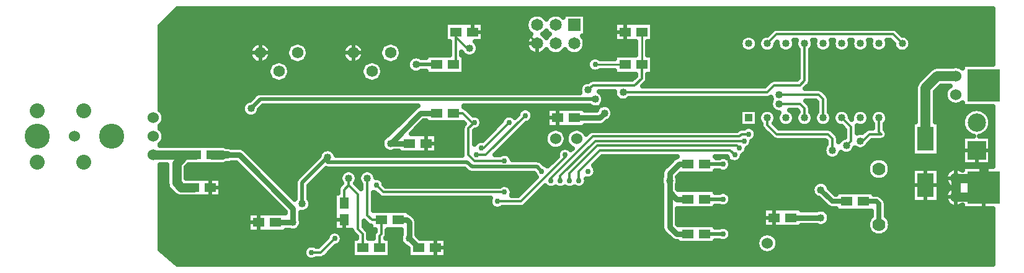
<source format=gbr>
G04 DipTrace 3.3.0.0*
G04 Bottom.gbr*
%MOIN*%
G04 #@! TF.FileFunction,Copper,L2,Bot*
G04 #@! TF.Part,Single*
G04 #@! TA.AperFunction,Conductor*
%ADD14C,0.013*%
G04 #@! TA.AperFunction,CopperBalancing*
%ADD15C,0.02*%
G04 #@! TA.AperFunction,ViaPad*
%ADD16C,0.04*%
G04 #@! TA.AperFunction,Conductor*
%ADD18C,0.05*%
G04 #@! TA.AperFunction,ViaPad*
%ADD19C,0.03*%
G04 #@! TA.AperFunction,CopperBalancing*
%ADD20C,0.025*%
G04 #@! TA.AperFunction,Conductor*
%ADD23C,0.052*%
G04 #@! TA.AperFunction,ViaPad*
%ADD24C,0.08*%
%ADD25C,0.06*%
G04 #@! TA.AperFunction,Conductor*
%ADD26C,0.01*%
%ADD31R,0.06X0.05*%
%ADD32R,0.09X0.13*%
G04 #@! TA.AperFunction,ComponentPad*
%ADD35C,0.065*%
%ADD36R,0.065X0.065*%
%ADD37C,0.06*%
%ADD38R,0.098425X0.098425*%
%ADD39C,0.098425*%
%ADD40C,0.04*%
%ADD41R,0.04X0.04*%
%ADD44R,0.175X0.175*%
%ADD46C,0.062*%
%ADD47R,0.05X0.06*%
G04 #@! TA.AperFunction,ComponentPad*
%ADD49C,0.07*%
G04 #@! TA.AperFunction,ViaPad*
%ADD56C,0.259801*%
%ADD58C,0.135*%
%FSLAX26Y26*%
G04*
G70*
G90*
G75*
G01*
G04 Bottom*
%LPD*%
X3250000Y987500D2*
D14*
X4025000D1*
X4062500Y1025000D1*
X4200000D1*
X4225000Y1050000D1*
Y1250000D1*
X4087500Y925000D2*
X4200000D1*
X4225000Y900000D1*
Y850000D1*
X4325000D2*
Y950000D1*
X4300000Y975000D1*
X4087500D1*
X2440000Y1312500D2*
X2587500D1*
X2625000Y1350000D1*
X2687500D1*
X2787500Y1250000D1*
X2687500Y1350000D2*
D3*
X5187500Y581250D2*
D18*
Y475000D1*
X5037500Y525000D2*
X5137500D1*
X5187500Y475000D1*
X5037500Y425000D2*
X5137500D1*
X5187500Y475000D1*
X5037500Y525000D2*
Y425000D1*
X2150000Y150000D2*
D19*
X2100000Y200000D1*
X1475000Y287500D2*
X1381249D1*
X1475000D2*
Y362500D1*
X1187500Y650000D1*
X1125000D1*
X2100000Y200000D2*
Y287500D1*
X2087500Y300000D1*
X2040000D1*
X1040000Y650000D2*
D18*
X1095000D1*
D16*
X1125000D1*
X2000000Y712500D2*
D19*
X2100000D1*
X2137500Y1137500D2*
D15*
X2247500D1*
X3500000Y512500D2*
D19*
Y450000D1*
X3537500Y412500D1*
X3597500D1*
X2247500Y875000D2*
X2162500D1*
X2000000Y712500D1*
X2987500Y850000D2*
X3125000D1*
X3150000Y875000D1*
X3500000Y512500D2*
Y550000D1*
X3550000Y600000D1*
X3597500D1*
X3500000Y450000D2*
Y262500D1*
X3537500Y225000D1*
X3597500D1*
X4150000Y312500D2*
X4312500D1*
X5037500Y1075000D2*
D23*
X4937500D1*
X4875000Y1012500D1*
Y737500D1*
X4025000Y1250000D2*
D14*
X4075000Y1300000D1*
X4700000D1*
X4750000Y1250000D1*
X4525000Y725000D2*
X4537500D1*
X4575000Y762500D1*
X4637500D1*
X4625000Y775000D1*
Y850000D1*
X4450000Y700000D2*
X4475000Y725000D1*
Y800000D1*
X4425000Y850000D1*
X4375000Y675000D2*
Y737500D1*
X4350000Y762500D1*
X4075000D1*
X4025000Y812500D1*
Y850000D1*
X3925000Y762500D2*
X3887500D1*
X3875000Y750000D1*
X3087500D1*
X2862500Y525000D1*
Y512500D1*
X3900000Y725000D2*
X3100000D1*
X2912500Y537500D1*
Y512500D1*
X3875000Y687500D2*
X3862500Y700000D1*
X3112500D1*
X2962500Y550000D1*
Y512500D1*
X3850000Y650000D2*
X3825000Y675000D1*
X3125000D1*
X3012500Y562500D1*
Y512500D1*
X3350000Y1312500D2*
D26*
Y1137500D1*
X3062500Y1000000D2*
D14*
X3087500Y1025000D1*
X3312500D1*
X3350000Y1062500D1*
Y1137500D1*
X3100000D2*
D26*
X3260000D1*
X4312500Y462500D2*
D20*
X4375000Y400000D1*
X4450000D1*
X4540000D2*
X4612500D1*
X4625000Y387500D1*
Y275000D1*
X3687500Y225000D2*
D15*
X3787500D1*
Y412500D2*
X3687500D1*
Y600000D2*
X3787500D1*
X1775000Y525000D2*
D14*
Y487500D1*
X1750000Y462500D1*
Y390000D1*
X1850000Y150000D2*
Y225000D1*
X1825000Y250000D1*
Y437500D1*
X1775000Y487500D1*
X1940000Y150000D2*
Y215000D1*
X1950000Y225000D1*
Y300000D1*
X1875000Y525000D2*
Y325000D1*
X1900000Y300000D1*
X1950000D1*
X2612500Y450000D2*
X1962500D1*
X1925000Y487500D1*
X2575000Y400000D2*
X2700000D1*
X2937500Y637500D1*
Y650000D1*
X1575000Y125000D2*
X1625000D1*
X1700000Y200000D1*
X2462500Y650000D2*
X2512500D1*
X2725000Y862500D1*
X2637500Y825000D2*
X2500000Y687500D1*
X2487500D1*
X950000Y650000D2*
D18*
X895000D1*
X850000Y605000D1*
Y500000D1*
X875000Y475000D1*
X941251D1*
X2812500Y562500D2*
D15*
X2787500Y587500D1*
X2437500D1*
X2412500Y612500D1*
X1662500D1*
Y637500D1*
X725000Y650000D2*
D18*
X895000D1*
X1525000Y387500D2*
D15*
Y500000D1*
X1662500Y637500D1*
X3100000Y950000D2*
X1300000D1*
X1250000Y900000D1*
X2350000Y1312500D2*
D26*
Y1285883D1*
D14*
Y1150000D1*
D26*
X2337500Y1137500D1*
X2425000Y1225000D2*
X2410883D1*
D14*
X2350000Y1285883D1*
X2612500Y618751D2*
X2450000D1*
X2418751Y650000D1*
Y793751D1*
X2450000Y825000D1*
X2337500Y875000D2*
X2387500D1*
X2437500Y825000D1*
X2450000D1*
D19*
X3925000Y762500D3*
X3900000Y725000D3*
X3875000Y687500D3*
X3850000Y650000D3*
D16*
X850000Y1025000D3*
D56*
X950000Y1300000D3*
D16*
X1975000Y525000D3*
X1118751Y475000D3*
X1125000Y650000D3*
X1456249Y475000D3*
X2200000Y75000D3*
X2100000Y200000D3*
D19*
X2862500Y512500D3*
X2912500D3*
X2962500D3*
X3012500D3*
X3787500Y600000D3*
Y412500D3*
Y225000D3*
D16*
X2687500Y1350000D3*
D19*
X1925000Y487500D3*
X2612500Y450000D3*
D16*
X1525000Y387500D3*
X2000000Y712500D3*
D19*
X2575000Y400000D3*
X2812500Y562500D3*
X2937500Y650000D3*
X2462500D3*
D16*
X4087500Y975000D3*
Y925000D3*
X3250000Y987500D3*
X4750000Y1250000D3*
X1775000Y525000D3*
X1875000D3*
D19*
X2450000Y825000D3*
X2725000Y862500D3*
X3062500Y562500D3*
D25*
X2887500Y737500D3*
X3000000D3*
D19*
X2487500Y687500D3*
X2637500Y825000D3*
D16*
X2450000Y900000D3*
X2425000Y1225000D3*
D19*
X3100000Y1137500D3*
D16*
X1662500Y637500D3*
X1250000Y900000D3*
X3100000Y950000D3*
X2137500Y1137500D3*
D19*
X2612500Y618751D3*
D16*
X3500000Y512500D3*
X3062500Y1000000D3*
X1475000Y287500D3*
D19*
X1575000Y125000D3*
X1700000Y200000D3*
D16*
X3150000Y875000D3*
D58*
X500000Y750000D3*
X100000D3*
D56*
X950000Y200000D3*
X5100000D3*
D16*
X3887500Y362500D3*
X4312500Y312500D3*
D24*
X100000Y887500D3*
X350000Y612500D3*
D16*
X4312500Y462500D3*
X4525000Y725000D3*
D19*
X2650000Y362500D3*
D56*
X5100000Y1300000D3*
D25*
X4025000Y175000D3*
X4175000D3*
D24*
X350000Y887500D3*
X100000Y612500D3*
D16*
X4450000Y700000D3*
X4375000Y675000D3*
X832803Y1412631D2*
D20*
X5234991D1*
X807935Y1387762D2*
X2739677D1*
X3049011D2*
X5234991D1*
X783068Y1362894D2*
X2291017D1*
X2499014D2*
X2727440D1*
X3049011D2*
X3201004D1*
X3409001D2*
X5234991D1*
X765018Y1338025D2*
X2291017D1*
X2499014D2*
X2727225D1*
X3049011D2*
X3201004D1*
X3409001D2*
X5234991D1*
X765018Y1313156D2*
X2291017D1*
X2499014D2*
X2738923D1*
X3049011D2*
X3201004D1*
X3409001D2*
X4038971D1*
X4735998D2*
X5234991D1*
X765018Y1288287D2*
X2291017D1*
X2499014D2*
X2740107D1*
X3034872D2*
X3201004D1*
X3409001D2*
X3896116D1*
X3953902D2*
X3996126D1*
X4778879D2*
X5234991D1*
X765018Y1263419D2*
X2291017D1*
X2499014D2*
X2727548D1*
X3047467D2*
X3201004D1*
X3409001D2*
X3877995D1*
X4672016D2*
X4687399D1*
X4797037D2*
X5234991D1*
X765018Y1238550D2*
X1254825D1*
X1345158D2*
X1454843D1*
X1545176D2*
X1754835D1*
X1845168D2*
X1954854D1*
X2045150D2*
X2314485D1*
X2471993D2*
X2727117D1*
X3047862D2*
X3316013D1*
X3383989D2*
X3877421D1*
X4672555D2*
X4702434D1*
X4797575D2*
X5234991D1*
X765018Y1213681D2*
X1241655D1*
X1358363D2*
X1441638D1*
X1558346D2*
X1741666D1*
X1858337D2*
X1941648D1*
X2058356D2*
X2314485D1*
X2472603D2*
X2738493D1*
X3036487D2*
X3316013D1*
X3383989D2*
X3893461D1*
X3956522D2*
X3993470D1*
X4056531D2*
X4093479D1*
X4156540D2*
X4189506D1*
X4260497D2*
X4293462D1*
X4356523D2*
X4393471D1*
X4456532D2*
X4493445D1*
X4556541D2*
X4593454D1*
X4656550D2*
X4718474D1*
X4781535D2*
X5234991D1*
X765018Y1188812D2*
X1241081D1*
X1358901D2*
X1441100D1*
X1558884D2*
X1741092D1*
X1858911D2*
X1941110D1*
X2058894D2*
X2188496D1*
X2456706D2*
X3201004D1*
X3409001D2*
X4189506D1*
X4260497D2*
X5234991D1*
X765018Y1163944D2*
X1252708D1*
X1347275D2*
X1452726D1*
X1547293D2*
X1752718D1*
X1847285D2*
X1952701D1*
X2047303D2*
X2096740D1*
X2396492D2*
X3065505D1*
X3409001D2*
X4189506D1*
X4260497D2*
X5234991D1*
X765018Y1139075D2*
X1355301D1*
X1444700D2*
X1855311D1*
X1944675D2*
X2088522D1*
X2396492D2*
X3056032D1*
X3409001D2*
X4189506D1*
X4260497D2*
X5234991D1*
X765018Y1114206D2*
X1341772D1*
X1458229D2*
X1841783D1*
X1958203D2*
X2094766D1*
X2396492D2*
X3063137D1*
X3409001D2*
X4189506D1*
X4260497D2*
X4900084D1*
X765018Y1089337D2*
X1340983D1*
X1459018D2*
X1840993D1*
X1958992D2*
X2188496D1*
X2396492D2*
X3201004D1*
X3409001D2*
X4189506D1*
X4260497D2*
X4875109D1*
X765018Y1064469D2*
X1352286D1*
X1447715D2*
X1852297D1*
X1947725D2*
X3302807D1*
X3385497D2*
X4189506D1*
X4260497D2*
X4850205D1*
X765018Y1039600D2*
X3035614D1*
X3376274D2*
X4027919D1*
X4258810D2*
X4827526D1*
X765018Y1014731D2*
X3015877D1*
X4238894D2*
X4820062D1*
X4953994D2*
X4994818D1*
X765018Y989862D2*
X3014621D1*
X3126449D2*
X3201076D1*
X4334310D2*
X4819991D1*
X4929988D2*
X4980501D1*
X765018Y964993D2*
X1260889D1*
X3146508D2*
X3206817D1*
X4356881D2*
X4819991D1*
X4929988D2*
X4979388D1*
X765018Y940125D2*
X1224000D1*
X3147943D2*
X4041017D1*
X4234050D2*
X4285711D1*
X4360506D2*
X4819991D1*
X4929988D2*
X4990548D1*
X765018Y915256D2*
X1203582D1*
X3175789D2*
X4039546D1*
X4256765D2*
X4289515D1*
X4360506D2*
X4819991D1*
X4929988D2*
X5071001D1*
X767027Y890387D2*
X1202003D1*
X1298006D2*
X2116691D1*
X2421288D2*
X2691771D1*
X2758241D2*
X2838502D1*
X3196387D2*
X3875985D1*
X3973997D2*
X3999463D1*
X4150547D2*
X4185451D1*
X4260497D2*
X4289515D1*
X4360506D2*
X4399464D1*
X4450539D2*
X4499437D1*
X4550548D2*
X4599446D1*
X4650558D2*
X4819991D1*
X4929988D2*
X5109325D1*
X5190686D2*
X5234991D1*
X781812Y865518D2*
X1216285D1*
X1283688D2*
X2091824D1*
X2461479D2*
X2626032D1*
X2648974D2*
X2678853D1*
X2768899D2*
X2838502D1*
X3198038D2*
X3875985D1*
X4671335D2*
X4819991D1*
X4929988D2*
X5083524D1*
X5216451D2*
X5234991D1*
X783211Y840650D2*
X2066956D1*
X2490940D2*
X2596571D1*
X2762798D2*
X2838502D1*
X3183827D2*
X3875985D1*
X4673057D2*
X4819991D1*
X4929988D2*
X5073405D1*
X5226571D2*
X5234991D1*
X772446Y815781D2*
X2042088D1*
X2164465D2*
X2391672D1*
X2492949D2*
X2579095D1*
X2727452D2*
X2838502D1*
X3150993D2*
X3875985D1*
X3973997D2*
X3989487D1*
X4070884D2*
X4091003D1*
X4158980D2*
X4191013D1*
X4258989D2*
X4291022D1*
X4358999D2*
X4391031D1*
X4558981D2*
X4589507D1*
X4660498D2*
X4801008D1*
X4949006D2*
X5072364D1*
X766453Y790912D2*
X2017220D1*
X2139598D2*
X2383239D1*
X2476155D2*
X2554227D1*
X2702585D2*
X2866563D1*
X2908416D2*
X2979060D1*
X3020913D2*
X3868199D1*
X3957742D2*
X3997525D1*
X4369297D2*
X4434917D1*
X4510502D2*
X4555704D1*
X4660498D2*
X4801008D1*
X4949006D2*
X5079900D1*
X5220111D2*
X5234991D1*
X781668Y766043D2*
X1992353D1*
X2114730D2*
X2383239D1*
X2454266D2*
X2529360D1*
X2677717D2*
X2836241D1*
X2938774D2*
X2948738D1*
X3968866D2*
X4022285D1*
X4395636D2*
X4439511D1*
X4672806D2*
X4801008D1*
X4949006D2*
X5099995D1*
X5200016D2*
X5234991D1*
X783319Y741175D2*
X1960882D1*
X2249008D2*
X2383239D1*
X2454266D2*
X2504492D1*
X2652849D2*
X2828634D1*
X3963088D2*
X4047153D1*
X4410277D2*
X4425875D1*
X4665198D2*
X4801008D1*
X4949006D2*
X5071790D1*
X772841Y716306D2*
X1951158D1*
X2249008D2*
X2383239D1*
X2627981D2*
X2832617D1*
X3943065D2*
X4339501D1*
X4577964D2*
X4801008D1*
X4949006D2*
X5071790D1*
X1192291Y691437D2*
X1956038D1*
X2249008D2*
X2383239D1*
X2603114D2*
X2852281D1*
X2922734D2*
X2932698D1*
X2942311D2*
X2964778D1*
X3926917D2*
X4328987D1*
X4559699D2*
X4801008D1*
X4949006D2*
X5071790D1*
X1232122Y666568D2*
X1623714D1*
X1701308D2*
X1990236D1*
X2009733D2*
X2041012D1*
X2249008D2*
X2383239D1*
X2578246D2*
X2896957D1*
X3913317D2*
X4326763D1*
X4484809D2*
X4801008D1*
X4949006D2*
X5071790D1*
X1256990Y641699D2*
X1612590D1*
X2649584D2*
X2892543D1*
X3140874D2*
X3538495D1*
X3746491D2*
X3806837D1*
X3893150D2*
X4340040D1*
X4409954D2*
X5071790D1*
X1281858Y616831D2*
X1587723D1*
X2811708D2*
X2867676D1*
X3116006D2*
X3505625D1*
X3877433D2*
X4577414D1*
X4672591D2*
X5071790D1*
X765018Y591962D2*
X796010D1*
X912287D2*
X1184348D1*
X1306726D2*
X1562855D1*
X3094225D2*
X3480757D1*
X3830712D2*
X4563383D1*
X4686621D2*
X5234991D1*
X765018Y567093D2*
X796010D1*
X903997D2*
X1209216D1*
X1331593D2*
X1537987D1*
X1646226D2*
X1752754D1*
X1797262D2*
X1852727D1*
X1897272D2*
X2403801D1*
X3106246D2*
X3459693D1*
X3815281D2*
X4561517D1*
X4688487D2*
X4801008D1*
X4949006D2*
X4997294D1*
X765018Y542224D2*
X796010D1*
X903997D2*
X1234084D1*
X1356461D2*
X1513119D1*
X1621358D2*
X1729322D1*
X1820695D2*
X1829295D1*
X1920704D2*
X2773803D1*
X3101222D2*
X3455997D1*
X3553399D2*
X4570452D1*
X4679552D2*
X4801008D1*
X4949006D2*
X4981182D1*
X765018Y517356D2*
X796010D1*
X1090236D2*
X1258952D1*
X1381329D2*
X1490405D1*
X1596490D2*
X1726630D1*
X1956337D2*
X2768169D1*
X3056223D2*
X3451260D1*
X3548734D2*
X4601061D1*
X4648943D2*
X4801008D1*
X4949006D2*
X4979029D1*
X765018Y492487D2*
X796548D1*
X1090236D2*
X1283819D1*
X1406197D2*
X1485991D1*
X1571623D2*
X1730829D1*
X1819188D2*
X1839271D1*
X1969184D2*
X2743301D1*
X3051343D2*
X3455530D1*
X3544463D2*
X4274443D1*
X4350530D2*
X4801008D1*
X4949006D2*
X4988790D1*
X765018Y467618D2*
X807457D1*
X1090236D2*
X1308687D1*
X1431064D2*
X1485991D1*
X1564015D2*
X1714896D1*
X2652562D2*
X2718433D1*
X2816804D2*
X3455997D1*
X3543997D2*
X4263786D1*
X4365027D2*
X4801008D1*
X4949006D2*
X4997904D1*
X765018Y442749D2*
X831930D1*
X1090236D2*
X1333555D1*
X1455932D2*
X1485991D1*
X1564015D2*
X1695985D1*
X1910513D2*
X1920584D1*
X2655863D2*
X2693566D1*
X2791936D2*
X3455997D1*
X3818403D2*
X4267912D1*
X4598992D2*
X4801008D1*
X4949006D2*
X4981362D1*
X765018Y417881D2*
X1358423D1*
X1564015D2*
X1695985D1*
X1910513D2*
X1952414D1*
X2767033D2*
X3455997D1*
X3831142D2*
X4296907D1*
X4652280D2*
X4801008D1*
X4949006D2*
X4978958D1*
X765018Y393012D2*
X1383290D1*
X1573668D2*
X1695985D1*
X1910513D2*
X2531584D1*
X2742165D2*
X3455997D1*
X3826657D2*
X4324322D1*
X4666095D2*
X4988431D1*
X765018Y368143D2*
X1408158D1*
X1569793D2*
X1695985D1*
X1910513D2*
X2545902D1*
X2711125D2*
X3455997D1*
X3746491D2*
X4350015D1*
X4666490D2*
X5071001D1*
X765018Y343274D2*
X1431016D1*
X1541875D2*
X1695985D1*
X2099013D2*
X3455997D1*
X3543997D2*
X4001006D1*
X4349848D2*
X4583514D1*
X4666490D2*
X5234991D1*
X765018Y318406D2*
X1232254D1*
X1519016D2*
X1695985D1*
X2130268D2*
X3455997D1*
X3543997D2*
X4001006D1*
X4361116D2*
X4578921D1*
X4671083D2*
X5234991D1*
X765018Y293537D2*
X1232254D1*
X1523610D2*
X1695985D1*
X2143545D2*
X3455997D1*
X3543997D2*
X4001006D1*
X4357456D2*
X4563849D1*
X4686155D2*
X5234991D1*
X765018Y268668D2*
X1232254D1*
X1520021D2*
X1695985D1*
X1860490D2*
X1887140D1*
X2144011D2*
X3455997D1*
X3746491D2*
X4001006D1*
X4209003D2*
X4294467D1*
X4330507D2*
X4561337D1*
X4688667D2*
X5234991D1*
X765018Y243799D2*
X1232254D1*
X1440251D2*
X1456602D1*
X1493395D2*
X1695985D1*
X1879617D2*
X1914484D1*
X1985511D2*
X2056011D1*
X2144011D2*
X3460447D1*
X3827016D2*
X4569519D1*
X4680485D2*
X5234991D1*
X765018Y218930D2*
X1660567D1*
X1739417D2*
X1806903D1*
X1885502D2*
X1904723D1*
X1984937D2*
X2055042D1*
X2144980D2*
X3482372D1*
X3831070D2*
X3986975D1*
X4063026D2*
X4597222D1*
X4652782D2*
X5234991D1*
X765018Y194062D2*
X1644886D1*
X1743580D2*
X1791007D1*
X1999003D2*
X2051382D1*
X2298995D2*
X3507347D1*
X3817650D2*
X3969320D1*
X4080681D2*
X5234991D1*
X765018Y169193D2*
X1620018D1*
X1730303D2*
X1791007D1*
X1999003D2*
X2062686D1*
X2298995D2*
X3966306D1*
X4083695D2*
X5234991D1*
X765018Y144324D2*
X1535762D1*
X1693485D2*
X1791007D1*
X1999003D2*
X2090998D1*
X2298995D2*
X3975062D1*
X4074939D2*
X5234991D1*
X792111Y119455D2*
X1531384D1*
X1668618D2*
X1791007D1*
X1999003D2*
X2090998D1*
X2298995D2*
X4012166D1*
X4037835D2*
X5234991D1*
X820531Y94587D2*
X1544267D1*
X1640305D2*
X5234991D1*
X848951Y69718D2*
X5234991D1*
X2302686Y1364000D2*
X2496500D1*
Y1261000D1*
X2454437D1*
X2460359Y1255199D1*
X2464648Y1249296D1*
X2467960Y1242795D1*
X2470215Y1235855D1*
X2471357Y1228648D1*
Y1221352D1*
X2470215Y1214145D1*
X2467960Y1207205D1*
X2464648Y1200704D1*
X2460359Y1194801D1*
X2455199Y1189641D1*
X2449296Y1185352D1*
X2442795Y1182040D1*
X2435855Y1179785D1*
X2428648Y1178643D1*
X2421352D1*
X2414145Y1179785D1*
X2407205Y1182040D1*
X2400704Y1185352D1*
X2394801Y1189641D1*
X2389641Y1194801D1*
X2385352Y1200704D1*
X2383001Y1205120D1*
X2383000Y1189032D1*
X2394000Y1189000D1*
Y1086000D1*
X2191000D1*
Y1101035D1*
X2166294Y1101000D1*
X2161796Y1097852D1*
X2155295Y1094540D1*
X2148355Y1092285D1*
X2141148Y1091143D1*
X2133852D1*
X2126645Y1092285D1*
X2119705Y1094540D1*
X2113204Y1097852D1*
X2107301Y1102141D1*
X2102141Y1107301D1*
X2097852Y1113204D1*
X2094540Y1119705D1*
X2092285Y1126645D1*
X2091143Y1133852D1*
Y1141148D1*
X2092285Y1148355D1*
X2094540Y1155295D1*
X2097852Y1161796D1*
X2102141Y1167699D1*
X2107301Y1172859D1*
X2113204Y1177148D1*
X2119705Y1180460D1*
X2126645Y1182715D1*
X2133852Y1183857D1*
X2141148D1*
X2148355Y1182715D1*
X2155295Y1180460D1*
X2161796Y1177148D1*
X2166254Y1173998D1*
X2191003Y1174000D1*
X2191000Y1189000D1*
X2316992D1*
X2317000Y1260990D1*
X2293500Y1261000D1*
Y1364000D1*
X2302686D1*
X3302686D2*
X3406500D1*
Y1261000D1*
X3381489D1*
X3381500Y1189023D1*
X3406500Y1189000D1*
Y1086000D1*
X3382996D1*
X3382898Y1059911D1*
X3382088Y1054796D1*
X3380488Y1049871D1*
X3378137Y1045257D1*
X3375093Y1041068D1*
X3354685Y1020516D1*
X4011355Y1020500D1*
X4041068Y1050093D1*
X4045258Y1053137D1*
X4049871Y1055488D1*
X4054796Y1057088D1*
X4059911Y1057898D1*
X4126804Y1058000D1*
X4186336D1*
X4192017Y1063686D1*
X4192000Y1217256D1*
X4187381Y1222668D1*
X4183568Y1228889D1*
X4180776Y1235631D1*
X4179072Y1242726D1*
X4178500Y1250000D1*
X4179072Y1257274D1*
X4180776Y1264369D1*
X4181748Y1267005D1*
X4168304Y1267000D1*
X4170215Y1260855D1*
X4171357Y1253648D1*
Y1246352D1*
X4170215Y1239145D1*
X4167960Y1232205D1*
X4164648Y1225704D1*
X4160359Y1219801D1*
X4155199Y1214641D1*
X4149296Y1210352D1*
X4142795Y1207040D1*
X4135855Y1204785D1*
X4128648Y1203643D1*
X4121352D1*
X4114145Y1204785D1*
X4107205Y1207040D1*
X4100704Y1210352D1*
X4094801Y1214641D1*
X4089641Y1219801D1*
X4085352Y1225704D1*
X4082040Y1232205D1*
X4079785Y1239145D1*
X4078643Y1246352D1*
Y1253648D1*
X4079103Y1257428D1*
X4071514Y1249845D1*
X4070928Y1242726D1*
X4069224Y1235631D1*
X4066432Y1228889D1*
X4062619Y1222668D1*
X4057880Y1217120D1*
X4052332Y1212381D1*
X4046111Y1208568D1*
X4039369Y1205776D1*
X4032274Y1204072D1*
X4025000Y1203500D1*
X4017726Y1204072D1*
X4010631Y1205776D1*
X4003889Y1208568D1*
X3997668Y1212381D1*
X3992120Y1217120D1*
X3987381Y1222668D1*
X3983568Y1228889D1*
X3980776Y1235631D1*
X3979072Y1242726D1*
X3978500Y1250000D1*
X3979072Y1257274D1*
X3980776Y1264369D1*
X3983568Y1271111D1*
X3987381Y1277332D1*
X3992120Y1282880D1*
X3997668Y1287619D1*
X4003889Y1291432D1*
X4010631Y1294224D1*
X4017726Y1295928D1*
X4024815Y1296493D1*
X4053568Y1325093D1*
X4057758Y1328137D1*
X4062371Y1330488D1*
X4067296Y1332088D1*
X4072411Y1332898D1*
X4139304Y1333000D1*
X4702589Y1332898D1*
X4707704Y1332088D1*
X4712629Y1330488D1*
X4717242Y1328137D1*
X4721432Y1325093D1*
X4750155Y1296514D1*
X4757274Y1295928D1*
X4764369Y1294224D1*
X4771111Y1291432D1*
X4777332Y1287619D1*
X4782880Y1282880D1*
X4787619Y1277332D1*
X4791432Y1271111D1*
X4794224Y1264369D1*
X4795928Y1257274D1*
X4796500Y1250000D1*
X4795928Y1242726D1*
X4794224Y1235631D1*
X4791432Y1228889D1*
X4787619Y1222668D1*
X4782880Y1217120D1*
X4777332Y1212381D1*
X4771111Y1208568D1*
X4764369Y1205776D1*
X4757274Y1204072D1*
X4750000Y1203500D1*
X4742726Y1204072D1*
X4735631Y1205776D1*
X4728889Y1208568D1*
X4722668Y1212381D1*
X4717120Y1217120D1*
X4712381Y1222668D1*
X4708568Y1228889D1*
X4705776Y1235631D1*
X4704072Y1242726D1*
X4703507Y1249815D1*
X4686346Y1266985D1*
X4668314Y1267000D1*
X4670215Y1260855D1*
X4671357Y1253648D1*
Y1246352D1*
X4670215Y1239145D1*
X4667960Y1232205D1*
X4664648Y1225704D1*
X4660359Y1219801D1*
X4655199Y1214641D1*
X4649296Y1210352D1*
X4642795Y1207040D1*
X4635855Y1204785D1*
X4628648Y1203643D1*
X4621352D1*
X4614145Y1204785D1*
X4607205Y1207040D1*
X4600704Y1210352D1*
X4594801Y1214641D1*
X4589641Y1219801D1*
X4585352Y1225704D1*
X4582040Y1232205D1*
X4579785Y1239145D1*
X4578643Y1246352D1*
Y1253648D1*
X4579785Y1260855D1*
X4581748Y1267005D1*
X4568269Y1267000D1*
X4570215Y1260855D1*
X4571357Y1253648D1*
Y1246352D1*
X4570215Y1239145D1*
X4567960Y1232205D1*
X4564648Y1225704D1*
X4560359Y1219801D1*
X4555199Y1214641D1*
X4549296Y1210352D1*
X4542795Y1207040D1*
X4535855Y1204785D1*
X4528648Y1203643D1*
X4521352D1*
X4514145Y1204785D1*
X4507205Y1207040D1*
X4500704Y1210352D1*
X4494801Y1214641D1*
X4489641Y1219801D1*
X4485352Y1225704D1*
X4482040Y1232205D1*
X4479785Y1239145D1*
X4478643Y1246352D1*
Y1253648D1*
X4479785Y1260855D1*
X4481748Y1267005D1*
X4468296Y1267000D1*
X4470215Y1260855D1*
X4471357Y1253648D1*
Y1246352D1*
X4470215Y1239145D1*
X4467960Y1232205D1*
X4464648Y1225704D1*
X4460359Y1219801D1*
X4455199Y1214641D1*
X4449296Y1210352D1*
X4442795Y1207040D1*
X4435855Y1204785D1*
X4428648Y1203643D1*
X4421352D1*
X4414145Y1204785D1*
X4407205Y1207040D1*
X4400704Y1210352D1*
X4394801Y1214641D1*
X4389641Y1219801D1*
X4385352Y1225704D1*
X4382040Y1232205D1*
X4379785Y1239145D1*
X4378643Y1246352D1*
Y1253648D1*
X4379785Y1260855D1*
X4381748Y1267005D1*
X4368251Y1267000D1*
X4370215Y1260855D1*
X4371357Y1253648D1*
Y1246352D1*
X4370215Y1239145D1*
X4367960Y1232205D1*
X4364648Y1225704D1*
X4360359Y1219801D1*
X4355199Y1214641D1*
X4349296Y1210352D1*
X4342795Y1207040D1*
X4335855Y1204785D1*
X4328648Y1203643D1*
X4321352D1*
X4314145Y1204785D1*
X4307205Y1207040D1*
X4300704Y1210352D1*
X4294801Y1214641D1*
X4289641Y1219801D1*
X4285352Y1225704D1*
X4282040Y1232205D1*
X4279785Y1239145D1*
X4278643Y1246352D1*
Y1253648D1*
X4279785Y1260855D1*
X4281748Y1267005D1*
X4268277Y1267000D1*
X4270215Y1260855D1*
X4271357Y1253648D1*
Y1246352D1*
X4270215Y1239145D1*
X4267960Y1232205D1*
X4264648Y1225704D1*
X4260359Y1219801D1*
X4258006Y1217256D1*
X4257898Y1047411D1*
X4257088Y1042296D1*
X4255488Y1037371D1*
X4253137Y1032758D1*
X4250093Y1028568D1*
X4229685Y1008016D1*
X4302589Y1007898D1*
X4307704Y1007088D1*
X4312629Y1005488D1*
X4317243Y1003137D1*
X4321432Y1000093D1*
X4348335Y973335D1*
X4351698Y969397D1*
X4354403Y964982D1*
X4356385Y960198D1*
X4357594Y955162D1*
X4358000Y949990D1*
Y882789D1*
X4362619Y877332D1*
X4366432Y871111D1*
X4369224Y864369D1*
X4370928Y857274D1*
X4371500Y850000D1*
X4370928Y842726D1*
X4369224Y835631D1*
X4366432Y828889D1*
X4362619Y822668D1*
X4357880Y817120D1*
X4352332Y812381D1*
X4346111Y808568D1*
X4339369Y805776D1*
X4332274Y804072D1*
X4325000Y803500D1*
X4317726Y804072D1*
X4310631Y805776D1*
X4303889Y808568D1*
X4297668Y812381D1*
X4292120Y817120D1*
X4287381Y822668D1*
X4283568Y828889D1*
X4280776Y835631D1*
X4279072Y842726D1*
X4278500Y850000D1*
X4279072Y857274D1*
X4280776Y864369D1*
X4283568Y871111D1*
X4287381Y877332D1*
X4291994Y882744D1*
X4292000Y936301D1*
X4286314Y942017D1*
X4229830Y941839D1*
X4250093Y921432D1*
X4253137Y917242D1*
X4255488Y912629D1*
X4257088Y907704D1*
X4257898Y902589D1*
X4258000Y882740D1*
X4262619Y877332D1*
X4266432Y871111D1*
X4269224Y864369D1*
X4270928Y857274D1*
X4271500Y850000D1*
X4270928Y842726D1*
X4269224Y835631D1*
X4266432Y828889D1*
X4262619Y822668D1*
X4257880Y817120D1*
X4252332Y812381D1*
X4246111Y808568D1*
X4239369Y805776D1*
X4232274Y804072D1*
X4225000Y803500D1*
X4217726Y804072D1*
X4210631Y805776D1*
X4203889Y808568D1*
X4197668Y812381D1*
X4192120Y817120D1*
X4187381Y822668D1*
X4183568Y828889D1*
X4180776Y835631D1*
X4179072Y842726D1*
X4178500Y850000D1*
X4179072Y857274D1*
X4180776Y864369D1*
X4183568Y871111D1*
X4187381Y877332D1*
X4191994Y882744D1*
X4188674Y889657D1*
X4186314Y892017D1*
X4144990Y892000D1*
X4152332Y887619D1*
X4157880Y882880D1*
X4162619Y877332D1*
X4166432Y871111D1*
X4169224Y864369D1*
X4170928Y857274D1*
X4171500Y850000D1*
X4170928Y842726D1*
X4169224Y835631D1*
X4166432Y828889D1*
X4162619Y822668D1*
X4157880Y817120D1*
X4152332Y812381D1*
X4146111Y808568D1*
X4139369Y805776D1*
X4132274Y804072D1*
X4125000Y803500D1*
X4117726Y804072D1*
X4110631Y805776D1*
X4103889Y808568D1*
X4097668Y812381D1*
X4092120Y817120D1*
X4087381Y822668D1*
X4083568Y828889D1*
X4080776Y835631D1*
X4079072Y842726D1*
X4078500Y850000D1*
X4079072Y857274D1*
X4080776Y864369D1*
X4083568Y871111D1*
X4087381Y877332D1*
X4088308Y878508D1*
X4080226Y879072D1*
X4073131Y880776D1*
X4066389Y883568D1*
X4060168Y887381D1*
X4054620Y892120D1*
X4049881Y897668D1*
X4046068Y903889D1*
X4043276Y910631D1*
X4041572Y917726D1*
X4041000Y925000D1*
X4041572Y932274D1*
X4043276Y939369D1*
X4046068Y946111D1*
X4048304Y949972D1*
X4044540Y957205D1*
X4043459Y960136D1*
X4037629Y957012D1*
X4032704Y955412D1*
X4027589Y954602D1*
X3960696Y954500D1*
X3282736D1*
X3277332Y949881D1*
X3271111Y946068D1*
X3264369Y943276D1*
X3257274Y941572D1*
X3250000Y941000D1*
X3242726Y941572D1*
X3235631Y943276D1*
X3228889Y946068D1*
X3222668Y949881D1*
X3217120Y954620D1*
X3212381Y960168D1*
X3208568Y966389D1*
X3205776Y973131D1*
X3204072Y980226D1*
X3203500Y987500D1*
X3203746Y992012D1*
X3119981Y992000D1*
X3124296Y989648D1*
X3130199Y985359D1*
X3135359Y980199D1*
X3139648Y974296D1*
X3142960Y967795D1*
X3145215Y960855D1*
X3146357Y953648D1*
Y946352D1*
X3145215Y939145D1*
X3142960Y932205D1*
X3139648Y925704D1*
X3135359Y919801D1*
X3134459Y918827D1*
X3139145Y920215D1*
X3146352Y921357D1*
X3153648D1*
X3160855Y920215D1*
X3167795Y917960D1*
X3174296Y914648D1*
X3180199Y910359D1*
X3185359Y905199D1*
X3189648Y899296D1*
X3192960Y892795D1*
X3195215Y885855D1*
X3196357Y878648D1*
Y871352D1*
X3195215Y864145D1*
X3192960Y857205D1*
X3189648Y850704D1*
X3185359Y844801D1*
X3180199Y839641D1*
X3174296Y835352D1*
X3167795Y832040D1*
X3164516Y830830D1*
X3151952Y818443D1*
X3146684Y814615D1*
X3140881Y811659D1*
X3134688Y809647D1*
X3128256Y808628D1*
X3088255Y808500D1*
X3044009D1*
X3044000Y798500D1*
X2841000D1*
Y901500D1*
X3044000D1*
Y891488D1*
X3106528Y891500D1*
X3108568Y896111D1*
X3112381Y902332D1*
X3115541Y906173D1*
X3110855Y904785D1*
X3103648Y903643D1*
X3096352D1*
X3089145Y904785D1*
X3082205Y907040D1*
X3075704Y910352D1*
X3071246Y913502D1*
X2393979Y913500D1*
X2394000Y907374D1*
X2400129Y905488D1*
X2404743Y903137D1*
X2408932Y900093D1*
X2443237Y865932D1*
X2450000Y866500D1*
X2456492Y865989D1*
X2462824Y864469D1*
X2468841Y861977D1*
X2474393Y858574D1*
X2479345Y854345D1*
X2483574Y849393D1*
X2486977Y843841D1*
X2489469Y837824D1*
X2490989Y831492D1*
X2491500Y825000D1*
X2490989Y818508D1*
X2489469Y812176D1*
X2486977Y806159D1*
X2483574Y800607D1*
X2479345Y795655D1*
X2474393Y791426D1*
X2468841Y788023D1*
X2462824Y785531D1*
X2455569Y783902D1*
X2451741Y780072D1*
X2451751Y708597D1*
X2455943Y714452D1*
X2460548Y719057D1*
X2465816Y722885D1*
X2471619Y725841D1*
X2477812Y727853D1*
X2484244Y728872D1*
X2490756D1*
X2494254Y728437D1*
X2596354Y830523D1*
X2598031Y837824D1*
X2600523Y843841D1*
X2603926Y849393D1*
X2608155Y854345D1*
X2613107Y858574D1*
X2618659Y861977D1*
X2624676Y864469D1*
X2631008Y865989D1*
X2637500Y866500D1*
X2643992Y865989D1*
X2650324Y864469D1*
X2656341Y861977D1*
X2661893Y858574D1*
X2666845Y854345D1*
X2668443Y852616D1*
X2683860Y868029D1*
X2685531Y875324D1*
X2688023Y881341D1*
X2691426Y886893D1*
X2695655Y891845D1*
X2700607Y896074D1*
X2706159Y899477D1*
X2712176Y901969D1*
X2718508Y903489D1*
X2725000Y904000D1*
X2731492Y903489D1*
X2737824Y901969D1*
X2743841Y899477D1*
X2749393Y896074D1*
X2754345Y891845D1*
X2758574Y886893D1*
X2761977Y881341D1*
X2764469Y875324D1*
X2765989Y868992D1*
X2766500Y862500D1*
X2765989Y856008D1*
X2764469Y849676D1*
X2761977Y843659D1*
X2758574Y838107D1*
X2754345Y833155D1*
X2749393Y828926D1*
X2743841Y825523D1*
X2737824Y823031D1*
X2730569Y821402D1*
X2560897Y651728D1*
X2587329Y651751D1*
X2593659Y655727D1*
X2599676Y658220D1*
X2606008Y659740D1*
X2612500Y660251D1*
X2618992Y659740D1*
X2625324Y658220D1*
X2631341Y655727D1*
X2636893Y652325D1*
X2641845Y648096D1*
X2646074Y643144D1*
X2649477Y637591D1*
X2651969Y631575D1*
X2653489Y625243D1*
X2653637Y623991D1*
X2790364Y623888D1*
X2796021Y622992D1*
X2801468Y621222D1*
X2806571Y618621D1*
X2811205Y615255D1*
X2824347Y602272D1*
X2831341Y599477D1*
X2836893Y596074D1*
X2841845Y591845D1*
X2843443Y590116D1*
X2896582Y643251D1*
X2896000Y650000D1*
X2896511Y656492D1*
X2898031Y662824D1*
X2900523Y668841D1*
X2903926Y674393D1*
X2908155Y679345D1*
X2913107Y683574D1*
X2918659Y686977D1*
X2924676Y689469D1*
X2931008Y690989D1*
X2937500Y691500D1*
X2943992Y690989D1*
X2950324Y689469D1*
X2956341Y686977D1*
X2961893Y683574D1*
X2966845Y679345D1*
X2968443Y677616D1*
X2976819Y685988D1*
X2970479Y689326D1*
X2963306Y694537D1*
X2957037Y700806D1*
X2951826Y707979D1*
X2947801Y715878D1*
X2945061Y724310D1*
X2943762Y732327D1*
X2942439Y724310D1*
X2939699Y715878D1*
X2935674Y707979D1*
X2930463Y700806D1*
X2924194Y694537D1*
X2917021Y689326D1*
X2909122Y685301D1*
X2900690Y682561D1*
X2891933Y681174D1*
X2883067D1*
X2874310Y682561D1*
X2865878Y685301D1*
X2857979Y689326D1*
X2850806Y694537D1*
X2844537Y700806D1*
X2839326Y707979D1*
X2835301Y715878D1*
X2832561Y724310D1*
X2831174Y733067D1*
Y741933D1*
X2832561Y750690D1*
X2835301Y759122D1*
X2839326Y767021D1*
X2844537Y774194D1*
X2850806Y780463D1*
X2857979Y785674D1*
X2865878Y789699D1*
X2874310Y792439D1*
X2883067Y793826D1*
X2891933D1*
X2900690Y792439D1*
X2909122Y789699D1*
X2917021Y785674D1*
X2924194Y780463D1*
X2930463Y774194D1*
X2935674Y767021D1*
X2939699Y759122D1*
X2942439Y750690D1*
X2943738Y742673D1*
X2945061Y750690D1*
X2947801Y759122D1*
X2951826Y767021D1*
X2957037Y774194D1*
X2963306Y780463D1*
X2970479Y785674D1*
X2978378Y789699D1*
X2986810Y792439D1*
X2995567Y793826D1*
X3004433D1*
X3013190Y792439D1*
X3021622Y789699D1*
X3029521Y785674D1*
X3036694Y780463D1*
X3042963Y774194D1*
X3048174Y767021D1*
X3051495Y760648D1*
X3066068Y775094D1*
X3070257Y778137D1*
X3074871Y780488D1*
X3079796Y782088D1*
X3084911Y782898D1*
X3151804Y783000D1*
X3861342D1*
X3866068Y787594D1*
X3870257Y790637D1*
X3874871Y792988D1*
X3879796Y794588D1*
X3884911Y795398D1*
X3899808Y795500D1*
X3906159Y799477D1*
X3912176Y801969D1*
X3918596Y803500D1*
X3878500D1*
Y896500D1*
X3971500D1*
Y803500D1*
X3931492Y803489D1*
X3937824Y801969D1*
X3943841Y799477D1*
X3949393Y796074D1*
X3954345Y791845D1*
X3958574Y786893D1*
X3961977Y781341D1*
X3964469Y775324D1*
X3965989Y768992D1*
X3966500Y762500D1*
X3965989Y756008D1*
X3964469Y749676D1*
X3961977Y743659D1*
X3958574Y738107D1*
X3954345Y733155D1*
X3949393Y728926D1*
X3943841Y725523D1*
X3941494Y724441D1*
X3940989Y718508D1*
X3939469Y712176D1*
X3936977Y706159D1*
X3933574Y700607D1*
X3929345Y695655D1*
X3924393Y691426D1*
X3918841Y688023D1*
X3916494Y686941D1*
X3915989Y681008D1*
X3914469Y674676D1*
X3911977Y668659D1*
X3908574Y663107D1*
X3904345Y658155D1*
X3899393Y653926D1*
X3893841Y650523D1*
X3891494Y649441D1*
X3890989Y643508D1*
X3889469Y637176D1*
X3886977Y631159D1*
X3883574Y625607D1*
X3879345Y620655D1*
X3874393Y616426D1*
X3868841Y613023D1*
X3862824Y610531D1*
X3856492Y609011D1*
X3850000Y608500D1*
X3843508Y609011D1*
X3837176Y610531D1*
X3831159Y613023D1*
X3825617Y616419D1*
X3827853Y609688D1*
X3828872Y603256D1*
Y596744D1*
X3827853Y590312D1*
X3825841Y584119D1*
X3822885Y578316D1*
X3819057Y573048D1*
X3814452Y568443D1*
X3809184Y564615D1*
X3803381Y561659D1*
X3797188Y559647D1*
X3790756Y558628D1*
X3784244D1*
X3777812Y559647D1*
X3771619Y561659D1*
X3767804Y563502D1*
X3743972Y563500D1*
X3744000Y548500D1*
X3557221D1*
X3541715Y533025D1*
X3544224Y526869D1*
X3545928Y519774D1*
X3546500Y512500D1*
X3545928Y505226D1*
X3544224Y498131D1*
X3541497Y491532D1*
X3541500Y467178D1*
X3544696Y463994D1*
X3744000Y464000D1*
Y448964D1*
X3767773Y449000D1*
X3774676Y451969D1*
X3781008Y453489D1*
X3787500Y454000D1*
X3793992Y453489D1*
X3800324Y451969D1*
X3806341Y449477D1*
X3811893Y446074D1*
X3816845Y441845D1*
X3821074Y436893D1*
X3824477Y431341D1*
X3826969Y425324D1*
X3828489Y418992D1*
X3829000Y412500D1*
X3828489Y406008D1*
X3826969Y399676D1*
X3824477Y393659D1*
X3821074Y388107D1*
X3816845Y383155D1*
X3811893Y378926D1*
X3806341Y375523D1*
X3800324Y373031D1*
X3793992Y371511D1*
X3787500Y371000D1*
X3781008Y371511D1*
X3774676Y373031D1*
X3767804Y376002D1*
X3743972Y376000D1*
X3744000Y361000D1*
X3541508D1*
X3541500Y279658D1*
X3544696Y276494D1*
X3744000Y276500D1*
Y261464D1*
X3767773Y261500D1*
X3774676Y264469D1*
X3781008Y265989D1*
X3787500Y266500D1*
X3793992Y265989D1*
X3800324Y264469D1*
X3806341Y261977D1*
X3811893Y258574D1*
X3816845Y254345D1*
X3821074Y249393D1*
X3824477Y243841D1*
X3826969Y237824D1*
X3828489Y231492D1*
X3829000Y225000D1*
X3828489Y218508D1*
X3826969Y212176D1*
X3824477Y206159D1*
X3821074Y200607D1*
X3816845Y195655D1*
X3811893Y191426D1*
X3806341Y188023D1*
X3800324Y185531D1*
X3793992Y184011D1*
X3787500Y183500D1*
X3781008Y184011D1*
X3774676Y185531D1*
X3767804Y188502D1*
X3743972Y188500D1*
X3744000Y173500D1*
X3541000D1*
Y183512D1*
X3534244Y183628D1*
X3527812Y184647D1*
X3521619Y186659D1*
X3515816Y189615D1*
X3510548Y193443D1*
X3482172Y221638D1*
X3468443Y235548D1*
X3464615Y240816D1*
X3461659Y246619D1*
X3459647Y252812D1*
X3458628Y259244D1*
X3458500Y299245D1*
Y491518D1*
X3455776Y498131D1*
X3454072Y505226D1*
X3453500Y512500D1*
X3454072Y519774D1*
X3455776Y526869D1*
X3458503Y533468D1*
X3458628Y553256D1*
X3459647Y559688D1*
X3461659Y565881D1*
X3464615Y571684D1*
X3468443Y576952D1*
X3496638Y605328D1*
X3523048Y631557D1*
X3528316Y635385D1*
X3534119Y638341D1*
X3540324Y640356D1*
X3540223Y642000D1*
X3138643D1*
X3090152Y593483D1*
X3094057Y589452D1*
X3097885Y584184D1*
X3100841Y578381D1*
X3102853Y572188D1*
X3103872Y565756D1*
Y559244D1*
X3102853Y552812D1*
X3100841Y546619D1*
X3097885Y540816D1*
X3094057Y535548D1*
X3089452Y530943D1*
X3084184Y527115D1*
X3078381Y524159D1*
X3072188Y522147D1*
X3065756Y521128D1*
X3059244D1*
X3052874Y522134D1*
X3053872Y515756D1*
Y509244D1*
X3052853Y502812D1*
X3050841Y496619D1*
X3047885Y490816D1*
X3044057Y485548D1*
X3039452Y480943D1*
X3034184Y477115D1*
X3028381Y474159D1*
X3022188Y472147D1*
X3015756Y471128D1*
X3009244D1*
X3002812Y472147D1*
X2996619Y474159D1*
X2990816Y477115D1*
X2987517Y479391D1*
X2981341Y475523D1*
X2975324Y473031D1*
X2968992Y471511D1*
X2962500Y471000D1*
X2956008Y471511D1*
X2949676Y473031D1*
X2943659Y475523D1*
X2937517Y479391D1*
X2931341Y475523D1*
X2925324Y473031D1*
X2918992Y471511D1*
X2912500Y471000D1*
X2906008Y471511D1*
X2899676Y473031D1*
X2893659Y475523D1*
X2887517Y479391D1*
X2881341Y475523D1*
X2875324Y473031D1*
X2868992Y471511D1*
X2862500Y471000D1*
X2856008Y471511D1*
X2849676Y473031D1*
X2843659Y475523D1*
X2838107Y478926D1*
X2833155Y483155D1*
X2831557Y484884D1*
X2721432Y374907D1*
X2717242Y371863D1*
X2712629Y369512D1*
X2707704Y367912D1*
X2702589Y367102D1*
X2635696Y367000D1*
X2600134D1*
X2593841Y363023D1*
X2587824Y360531D1*
X2581492Y359011D1*
X2575000Y358500D1*
X2568508Y359011D1*
X2562176Y360531D1*
X2556159Y363023D1*
X2550607Y366426D1*
X2545655Y370655D1*
X2541426Y375607D1*
X2538023Y381159D1*
X2535531Y387176D1*
X2534011Y393508D1*
X2533500Y400000D1*
X2534011Y406492D1*
X2535531Y412824D1*
X2537176Y417003D1*
X1959911Y417102D1*
X1954796Y417912D1*
X1949871Y419512D1*
X1945257Y421863D1*
X1941068Y424906D1*
X1919450Y446381D1*
X1912176Y448031D1*
X1907997Y449676D1*
X1908000Y351500D1*
X2096500D1*
Y340483D1*
X2103381Y338341D1*
X2109184Y335385D1*
X2114452Y331557D1*
X2129345Y316845D1*
X2133574Y311893D1*
X2136977Y306341D1*
X2139469Y300324D1*
X2140989Y293992D1*
X2141500Y287500D1*
Y221007D1*
X2144170Y214516D1*
X2157180Y201510D1*
X2296500Y201500D1*
Y98500D1*
X2093500D1*
Y147841D1*
X2085512Y155798D1*
X2078889Y158568D1*
X2072668Y162381D1*
X2067120Y167120D1*
X2062381Y172668D1*
X2058568Y178889D1*
X2055776Y185631D1*
X2054072Y192726D1*
X2053500Y200000D1*
X2054072Y207274D1*
X2055776Y214369D1*
X2058503Y220968D1*
X2058500Y248480D1*
X1983500Y248536D1*
X1983000Y244882D1*
X1982898Y222411D1*
X1982088Y217296D1*
X1980488Y212371D1*
X1978137Y207757D1*
X1975093Y203568D1*
X1973327Y201659D1*
X1996500Y201500D1*
Y98500D1*
X1793500D1*
Y201500D1*
X1817004D1*
X1817000Y211326D1*
X1799907Y228568D1*
X1796863Y232758D1*
X1794512Y237371D1*
X1792910Y242306D1*
X1792314Y243500D1*
X1698500D1*
Y446500D1*
X1716981D1*
X1717102Y465089D1*
X1717912Y470204D1*
X1719512Y475129D1*
X1721863Y479742D1*
X1724907Y483932D1*
X1737855Y497024D1*
X1733568Y503889D1*
X1730776Y510631D1*
X1729072Y517726D1*
X1728500Y525000D1*
X1729072Y532274D1*
X1730776Y539369D1*
X1733568Y546111D1*
X1737381Y552332D1*
X1742120Y557880D1*
X1747668Y562619D1*
X1753889Y566432D1*
X1760631Y569224D1*
X1767726Y570928D1*
X1775000Y571500D1*
X1782274Y570928D1*
X1789369Y569224D1*
X1796111Y566432D1*
X1802332Y562619D1*
X1807880Y557880D1*
X1812619Y552332D1*
X1816432Y546111D1*
X1819224Y539369D1*
X1820928Y532274D1*
X1821500Y525000D1*
X1820928Y517726D1*
X1819224Y510631D1*
X1816432Y503889D1*
X1812134Y497052D1*
X1842003Y467166D1*
X1842000Y492256D1*
X1837381Y497668D1*
X1833568Y503889D1*
X1830776Y510631D1*
X1829072Y517726D1*
X1828500Y525000D1*
X1829072Y532274D1*
X1830776Y539369D1*
X1833568Y546111D1*
X1837381Y552332D1*
X1842120Y557880D1*
X1847668Y562619D1*
X1853889Y566432D1*
X1860631Y569224D1*
X1867726Y570928D1*
X1875000Y571500D1*
X1882274Y570928D1*
X1889369Y569224D1*
X1896111Y566432D1*
X1902332Y562619D1*
X1907880Y557880D1*
X1912619Y552332D1*
X1916432Y546111D1*
X1919224Y539369D1*
X1920928Y532274D1*
X1921335Y528832D1*
X1928256Y528872D1*
X1934688Y527853D1*
X1940881Y525841D1*
X1946684Y522885D1*
X1951952Y519057D1*
X1956557Y514452D1*
X1960385Y509184D1*
X1963341Y503381D1*
X1965353Y497188D1*
X1966098Y493069D1*
X1976170Y482999D1*
X2587351Y483000D1*
X2593659Y486977D1*
X2599676Y489469D1*
X2606008Y490989D1*
X2612500Y491500D1*
X2618992Y490989D1*
X2625324Y489469D1*
X2631341Y486977D1*
X2636893Y483574D1*
X2641845Y479345D1*
X2646074Y474393D1*
X2649477Y468841D1*
X2651969Y462824D1*
X2653489Y456492D1*
X2654000Y450000D1*
X2653489Y443508D1*
X2651969Y437176D1*
X2650324Y432997D1*
X2686349Y433000D1*
X2784885Y531554D1*
X2780943Y535548D1*
X2777115Y540816D1*
X2774159Y546619D1*
X2772765Y550619D1*
X2769127Y551000D1*
X2434636Y551112D1*
X2428979Y552008D1*
X2423532Y553778D1*
X2418429Y556379D1*
X2413795Y559745D1*
X2397405Y575976D1*
X1659636Y576112D1*
X1653968Y577011D1*
X1642839Y566220D1*
X1561516Y484897D1*
X1561500Y416282D1*
X1564648Y411796D1*
X1567960Y405295D1*
X1570215Y398355D1*
X1571357Y391148D1*
Y383852D1*
X1570215Y376645D1*
X1567960Y369705D1*
X1564648Y363204D1*
X1560359Y357301D1*
X1555199Y352141D1*
X1549296Y347852D1*
X1542795Y344540D1*
X1535855Y342285D1*
X1528648Y341143D1*
X1521352D1*
X1516509Y341815D1*
X1516500Y308494D1*
X1519224Y301869D1*
X1520928Y294774D1*
X1521500Y287500D1*
X1520928Y280226D1*
X1519224Y273131D1*
X1516432Y266389D1*
X1512619Y260168D1*
X1507880Y254620D1*
X1502332Y249881D1*
X1496111Y246068D1*
X1489369Y243276D1*
X1482274Y241572D1*
X1475000Y241000D1*
X1467726Y241572D1*
X1460631Y243276D1*
X1454032Y246003D1*
X1437716Y246000D1*
X1437749Y236000D1*
X1234750D1*
Y339000D1*
X1433514D1*
X1433500Y345309D1*
X1170322Y608488D1*
X1145982Y608500D1*
X1139369Y605776D1*
X1132274Y604072D1*
X1125000Y603500D1*
X1117141D1*
X1110914Y601021D1*
X1103056Y599134D1*
X1095000Y598500D1*
X916305D1*
X901500Y583668D1*
Y526521D1*
X1087751Y526500D1*
Y423500D1*
X870959Y423659D1*
X862978Y424923D1*
X855292Y427420D1*
X848091Y431089D1*
X841553Y435839D1*
X819097Y458071D1*
X810839Y466553D1*
X806089Y473091D1*
X802420Y480292D1*
X799923Y487978D1*
X798659Y495959D1*
X798500Y527559D1*
Y598502D1*
X762480Y598500D1*
X762500Y143177D1*
X854722Y62478D1*
X5237522Y62500D1*
X5237500Y361008D1*
X5073500Y361000D1*
Y381461D1*
X5067643Y377212D1*
X5061190Y373706D1*
X5054337Y371067D1*
X5047199Y369339D1*
X5039898Y368551D1*
X5032556Y368717D1*
X5025297Y369834D1*
X5018245Y371882D1*
X5011518Y374829D1*
X5005230Y378622D1*
X4999487Y383200D1*
X4994386Y388484D1*
X4990014Y394384D1*
X4986444Y400802D1*
X4983737Y407629D1*
X4981938Y414749D1*
X4981077Y422042D1*
X4981170Y429385D1*
X4982215Y436655D1*
X4984194Y443727D1*
X4987073Y450483D1*
X4990804Y456808D1*
X4995324Y462596D1*
X5000557Y467749D1*
X5006414Y472180D1*
X5011189Y474999D1*
X5005230Y478622D1*
X4999487Y483200D1*
X4994386Y488484D1*
X4990014Y494384D1*
X4986444Y500802D1*
X4983737Y507629D1*
X4981938Y514749D1*
X4981077Y522042D1*
X4981170Y529385D1*
X4982215Y536655D1*
X4984194Y543727D1*
X4987073Y550483D1*
X4990804Y556808D1*
X4995324Y562596D1*
X5000557Y567749D1*
X5006414Y572180D1*
X5012796Y575813D1*
X5019596Y578588D1*
X5026698Y580458D1*
X5033982Y581390D1*
X5041326Y581370D1*
X5048605Y580398D1*
X5055697Y578490D1*
X5062481Y575677D1*
X5068843Y572009D1*
X5073500Y568612D1*
Y589000D1*
X5237498D1*
X5237500Y910969D1*
X5073500Y911000D1*
Y931490D1*
X5067021Y926826D1*
X5059122Y922801D1*
X5050690Y920061D1*
X5041933Y918674D1*
X5033067D1*
X5024310Y920061D1*
X5015878Y922801D1*
X5007979Y926826D1*
X5000806Y932037D1*
X4994537Y938306D1*
X4989326Y945479D1*
X4985301Y953378D1*
X4982561Y961810D1*
X4981174Y970567D1*
Y979433D1*
X4982561Y988190D1*
X4985301Y996622D1*
X4989326Y1004521D1*
X4994537Y1011694D1*
X5000806Y1017963D1*
X5006956Y1022491D1*
X4959237Y1022500D1*
X4927504Y990757D1*
X4927500Y829024D1*
X4946500Y829000D1*
Y646000D1*
X4803500D1*
Y829000D1*
X4822483D1*
X4822662Y1016619D1*
X4823951Y1024756D1*
X4826496Y1032591D1*
X4830236Y1039931D1*
X4835079Y1046596D1*
X4857364Y1069110D1*
X4903404Y1114921D1*
X4910069Y1119764D1*
X4917409Y1123504D1*
X4925244Y1126050D1*
X4933381Y1127338D1*
X4965059Y1127500D1*
X5016625D1*
X5024310Y1129939D1*
X5033067Y1131326D1*
X5041933D1*
X5050690Y1129939D1*
X5059122Y1127199D1*
X5067021Y1123174D1*
X5073500Y1118510D1*
Y1139000D1*
X5237527D1*
X5237500Y1437534D1*
X855164Y1437500D1*
X762494Y1344816D1*
X762500Y892266D1*
X767963Y886694D1*
X773174Y879521D1*
X777199Y871622D1*
X779939Y863190D1*
X781326Y854433D1*
Y845567D1*
X779939Y836810D1*
X777199Y828378D1*
X773174Y820479D1*
X767963Y813306D1*
X762496Y807778D1*
X762500Y792293D1*
X767963Y786694D1*
X773174Y779521D1*
X777199Y771622D1*
X779939Y763190D1*
X781326Y754433D1*
Y745567D1*
X779939Y736810D1*
X777199Y728378D1*
X773174Y720479D1*
X767963Y713306D1*
X762496Y707778D1*
X762500Y701506D1*
X1095000Y701500D1*
X1103056Y700866D1*
X1110914Y698979D1*
X1117046Y696502D1*
X1128648Y696357D1*
X1135855Y695215D1*
X1142808Y692954D1*
X1152559Y691500D1*
X1190756Y691372D1*
X1197188Y690353D1*
X1203381Y688341D1*
X1209184Y685385D1*
X1214452Y681557D1*
X1242828Y653362D1*
X1484972Y411218D1*
X1488502Y416254D1*
X1488612Y502864D1*
X1489508Y508521D1*
X1491278Y513968D1*
X1493878Y519071D1*
X1497245Y523705D1*
X1531669Y558288D1*
X1616342Y642961D1*
X1617285Y648355D1*
X1619540Y655295D1*
X1622852Y661796D1*
X1627141Y667699D1*
X1632301Y672859D1*
X1638204Y677148D1*
X1644705Y680460D1*
X1651645Y682715D1*
X1658852Y683857D1*
X1666148D1*
X1673355Y682715D1*
X1680295Y680460D1*
X1686796Y677148D1*
X1692699Y672859D1*
X1697859Y667699D1*
X1702148Y661796D1*
X1705460Y655295D1*
X1707533Y649000D1*
X2385746D1*
X2385852Y796340D1*
X2386662Y801454D1*
X2388263Y806379D1*
X2390613Y810993D1*
X2393657Y815182D1*
X2397065Y818735D1*
X2392318Y823512D1*
X2191000Y823500D1*
Y833512D1*
X2179715Y833500D1*
X2110166Y763976D1*
X2246500Y764000D1*
Y661000D1*
X2043500D1*
Y671011D1*
X2020947Y671000D1*
X2014369Y668276D1*
X2007274Y666572D1*
X2000000Y666000D1*
X1992726Y666572D1*
X1985631Y668276D1*
X1978889Y671068D1*
X1972668Y674881D1*
X1967120Y679620D1*
X1962381Y685168D1*
X1958568Y691389D1*
X1955776Y698131D1*
X1954072Y705226D1*
X1953500Y712500D1*
X1954072Y719774D1*
X1955776Y726869D1*
X1958568Y733611D1*
X1962381Y739832D1*
X1967120Y745380D1*
X1972668Y750119D1*
X1978889Y753932D1*
X1985484Y756670D1*
X2135548Y906557D1*
X2140816Y910385D1*
X2146631Y913345D1*
X2126247Y913500D1*
X1315085D1*
X1296198Y894579D1*
X1295215Y889145D1*
X1292960Y882205D1*
X1289648Y875704D1*
X1285359Y869801D1*
X1280199Y864641D1*
X1274296Y860352D1*
X1267795Y857040D1*
X1260855Y854785D1*
X1253648Y853643D1*
X1246352D1*
X1239145Y854785D1*
X1232205Y857040D1*
X1225704Y860352D1*
X1219801Y864641D1*
X1214641Y869801D1*
X1210352Y875704D1*
X1207040Y882205D1*
X1204785Y889145D1*
X1203643Y896352D1*
Y903648D1*
X1204785Y910855D1*
X1207040Y917795D1*
X1210352Y924296D1*
X1214641Y930199D1*
X1219801Y935359D1*
X1225704Y939648D1*
X1232205Y942960D1*
X1239145Y945215D1*
X1244525Y946140D1*
X1276295Y977755D1*
X1280929Y981121D1*
X1286032Y983722D1*
X1291479Y985492D1*
X1297136Y986387D1*
X1345932Y986500D1*
X3018027D1*
X3016572Y992726D1*
X3016000Y1000000D1*
X3016572Y1007274D1*
X3018276Y1014369D1*
X3021068Y1021111D1*
X3024881Y1027332D1*
X3029620Y1032880D1*
X3035168Y1037619D1*
X3041389Y1041432D1*
X3048131Y1044224D1*
X3055226Y1045928D1*
X3062315Y1046493D1*
X3068103Y1051698D1*
X3072518Y1054403D1*
X3077302Y1056385D1*
X3082338Y1057594D1*
X3087500Y1058000D1*
X3298822D1*
X3317001Y1076170D1*
X3317000Y1086004D1*
X3203500Y1086000D1*
Y1105987D1*
X3126952Y1105943D1*
X3121684Y1102115D1*
X3115881Y1099159D1*
X3109688Y1097147D1*
X3103256Y1096128D1*
X3096744D1*
X3090312Y1097147D1*
X3084119Y1099159D1*
X3078316Y1102115D1*
X3073048Y1105943D1*
X3068443Y1110548D1*
X3064615Y1115816D1*
X3061659Y1121619D1*
X3059647Y1127812D1*
X3058628Y1134244D1*
Y1140756D1*
X3059647Y1147188D1*
X3061659Y1153381D1*
X3064615Y1159184D1*
X3068443Y1164452D1*
X3073048Y1169057D1*
X3078316Y1172885D1*
X3084119Y1175841D1*
X3090312Y1177853D1*
X3096744Y1178872D1*
X3103256D1*
X3109688Y1177853D1*
X3115881Y1175841D1*
X3121684Y1172885D1*
X3127018Y1168996D1*
X3203526Y1169000D1*
X3203500Y1189000D1*
X3318512D1*
X3318500Y1260977D1*
X3203500Y1261000D1*
Y1364000D1*
X3302686D1*
X4805337Y579000D2*
X4946500D1*
Y396000D1*
X4803500D1*
Y579000D1*
X4805337D1*
X4102687Y364000D2*
X4206500D1*
Y353988D1*
X4291491Y354000D1*
X4298131Y356724D1*
X4305226Y358428D1*
X4312500Y359000D1*
X4319774Y358428D1*
X4326869Y356724D1*
X4333611Y353932D1*
X4339832Y350119D1*
X4345380Y345380D1*
X4350119Y339832D1*
X4353932Y333611D1*
X4356724Y326869D1*
X4358428Y319774D1*
X4359000Y312500D1*
X4358428Y305226D1*
X4356724Y298131D1*
X4353932Y291389D1*
X4350119Y285168D1*
X4345380Y279620D1*
X4339832Y274881D1*
X4333611Y271068D1*
X4326869Y268276D1*
X4319774Y266572D1*
X4312500Y266000D1*
X4305226Y266572D1*
X4298131Y268276D1*
X4291532Y271003D1*
X4206534Y271000D1*
X4206500Y261000D1*
X4003500D1*
Y364000D1*
X4102687D1*
X3046318Y1245371D2*
X3044870Y1236227D1*
X3042009Y1227422D1*
X3037806Y1219173D1*
X3032364Y1211683D1*
X3025817Y1205136D1*
X3018327Y1199694D1*
X3010078Y1195491D1*
X3001273Y1192630D1*
X2992129Y1191182D1*
X2982871D1*
X2973727Y1192630D1*
X2964922Y1195491D1*
X2956673Y1199694D1*
X2949183Y1205136D1*
X2942636Y1211683D1*
X2937506Y1218706D1*
X2932364Y1211683D1*
X2925817Y1205136D1*
X2918327Y1199694D1*
X2910078Y1195491D1*
X2901273Y1192630D1*
X2892129Y1191182D1*
X2882871D1*
X2873727Y1192630D1*
X2864922Y1195491D1*
X2856673Y1199694D1*
X2849183Y1205136D1*
X2842636Y1211683D1*
X2837506Y1218706D1*
X2833188Y1212668D1*
X2828196Y1207282D1*
X2822573Y1202557D1*
X2816407Y1198567D1*
X2809793Y1195374D1*
X2802834Y1193027D1*
X2795637Y1191564D1*
X2788313Y1191006D1*
X2780978Y1191362D1*
X2773743Y1192626D1*
X2766722Y1194780D1*
X2760022Y1197789D1*
X2753748Y1201608D1*
X2747998Y1206176D1*
X2742859Y1211423D1*
X2738412Y1217268D1*
X2734726Y1223620D1*
X2731857Y1230381D1*
X2729851Y1237446D1*
X2728738Y1244706D1*
X2728536Y1252047D1*
X2729247Y1259357D1*
X2730861Y1266522D1*
X2733352Y1273431D1*
X2736683Y1279976D1*
X2740800Y1286058D1*
X2745642Y1291580D1*
X2751132Y1296458D1*
X2756180Y1299993D1*
X2749183Y1305136D1*
X2742636Y1311683D1*
X2737194Y1319173D1*
X2732991Y1327422D1*
X2730130Y1336227D1*
X2728682Y1345371D1*
Y1354629D1*
X2730130Y1363773D1*
X2732991Y1372578D1*
X2737194Y1380827D1*
X2742636Y1388317D1*
X2749183Y1394864D1*
X2756673Y1400306D1*
X2764922Y1404509D1*
X2773727Y1407370D1*
X2782871Y1408818D1*
X2792129D1*
X2801273Y1407370D1*
X2810078Y1404509D1*
X2818327Y1400306D1*
X2825817Y1394864D1*
X2832364Y1388317D1*
X2837494Y1381294D1*
X2842636Y1388317D1*
X2849183Y1394864D1*
X2856673Y1400306D1*
X2864922Y1404509D1*
X2873727Y1407370D1*
X2882871Y1408818D1*
X2892129D1*
X2901273Y1407370D1*
X2910078Y1404509D1*
X2918327Y1400306D1*
X2925817Y1394864D1*
X2928488Y1392395D1*
X2928500Y1409000D1*
X3046500D1*
Y1291000D1*
X3029958D1*
X3035232Y1284679D1*
X3040069Y1276785D1*
X3043612Y1268232D1*
X3045774Y1259230D1*
X3046500Y1250000D1*
X3046318Y1245371D1*
X2856206Y1300006D2*
X2849183Y1305136D1*
X2842636Y1311683D1*
X2837506Y1318706D1*
X2832364Y1311683D1*
X2825817Y1305136D1*
X2818794Y1300006D1*
X2824363Y1296067D1*
X2829800Y1291130D1*
X2834582Y1285556D1*
X2837497Y1281317D1*
X2842636Y1288317D1*
X2849183Y1294864D1*
X2856206Y1299994D1*
X5076125Y750712D2*
X5135384D1*
X5126604Y752993D1*
X5121026Y755051D1*
X5115627Y757540D1*
X5110440Y760444D1*
X5105497Y763747D1*
X5100829Y767428D1*
X5096463Y771463D1*
X5092428Y775829D1*
X5088747Y780497D1*
X5085444Y785440D1*
X5082540Y790627D1*
X5080051Y796026D1*
X5077993Y801604D1*
X5076379Y807325D1*
X5075220Y813156D1*
X5074521Y819060D1*
X5074287Y825000D1*
X5074521Y830940D1*
X5075220Y836844D1*
X5076379Y842675D1*
X5077993Y848396D1*
X5080051Y853974D1*
X5082540Y859373D1*
X5085444Y864560D1*
X5088747Y869503D1*
X5092428Y874171D1*
X5096463Y878537D1*
X5100829Y882572D1*
X5105497Y886253D1*
X5110440Y889556D1*
X5115627Y892460D1*
X5121026Y894949D1*
X5126604Y897007D1*
X5132325Y898621D1*
X5138156Y899780D1*
X5144060Y900479D1*
X5150000Y900713D1*
X5155940Y900479D1*
X5161844Y899780D1*
X5167675Y898621D1*
X5173396Y897007D1*
X5178974Y894949D1*
X5184373Y892460D1*
X5189560Y889556D1*
X5194503Y886253D1*
X5199171Y882572D1*
X5203537Y878537D1*
X5207572Y874171D1*
X5211253Y869503D1*
X5214556Y864560D1*
X5217460Y859373D1*
X5219949Y853974D1*
X5222007Y848396D1*
X5223621Y842675D1*
X5224780Y836844D1*
X5225479Y830940D1*
X5225713Y825000D1*
X5225479Y819060D1*
X5224780Y813156D1*
X5223621Y807325D1*
X5222007Y801604D1*
X5219949Y796026D1*
X5217460Y790627D1*
X5214556Y785440D1*
X5211253Y780497D1*
X5207572Y775829D1*
X5203537Y771463D1*
X5199171Y767428D1*
X5194503Y763747D1*
X5189560Y760444D1*
X5184373Y757540D1*
X5178974Y755051D1*
X5173396Y752993D1*
X5164327Y750713D1*
X5225713Y750712D1*
Y599287D1*
X5074288D1*
Y750712D1*
X5076125D1*
X3971357Y1246352D2*
X3970215Y1239145D1*
X3967960Y1232205D1*
X3964648Y1225704D1*
X3960359Y1219801D1*
X3955199Y1214641D1*
X3949296Y1210352D1*
X3942795Y1207040D1*
X3935855Y1204785D1*
X3928648Y1203643D1*
X3921352D1*
X3914145Y1204785D1*
X3907205Y1207040D1*
X3900704Y1210352D1*
X3894801Y1214641D1*
X3889641Y1219801D1*
X3885352Y1225704D1*
X3882040Y1232205D1*
X3879785Y1239145D1*
X3878643Y1246352D1*
Y1253648D1*
X3879785Y1260855D1*
X3882040Y1267795D1*
X3885352Y1274296D1*
X3889641Y1280199D1*
X3894801Y1285359D1*
X3900704Y1289648D1*
X3907205Y1292960D1*
X3914145Y1295215D1*
X3921352Y1296357D1*
X3928648D1*
X3935855Y1295215D1*
X3942795Y1292960D1*
X3949296Y1289648D1*
X3955199Y1285359D1*
X3960359Y1280199D1*
X3964648Y1274296D1*
X3967960Y1267795D1*
X3970215Y1260855D1*
X3971357Y1253648D1*
Y1246352D1*
X4671357Y846352D2*
X4670215Y839145D1*
X4667960Y832205D1*
X4664648Y825704D1*
X4660359Y819801D1*
X4658006Y817256D1*
X4658000Y788674D1*
X4662593Y783932D1*
X4665637Y779742D1*
X4667988Y775129D1*
X4669588Y770204D1*
X4670398Y765089D1*
Y759911D1*
X4669588Y754796D1*
X4667988Y749871D1*
X4665637Y745258D1*
X4662593Y741068D1*
X4658932Y737407D1*
X4654742Y734363D1*
X4650129Y732012D1*
X4645204Y730412D1*
X4640089Y729602D1*
X4588662Y729500D1*
X4568926Y709757D1*
X4566432Y703889D1*
X4562619Y697668D1*
X4557880Y692120D1*
X4552332Y687381D1*
X4546111Y683568D1*
X4539369Y680776D1*
X4532274Y679072D1*
X4525000Y678500D1*
X4517726Y679072D1*
X4510631Y680776D1*
X4503889Y683568D1*
X4497668Y687381D1*
X4495215Y689145D1*
X4492960Y682205D1*
X4489648Y675704D1*
X4485359Y669801D1*
X4480199Y664641D1*
X4474296Y660352D1*
X4467795Y657040D1*
X4460855Y654785D1*
X4453648Y653643D1*
X4446352D1*
X4439145Y654785D1*
X4432205Y657040D1*
X4425704Y660352D1*
X4420260Y664279D1*
X4417960Y657205D1*
X4414648Y650704D1*
X4410359Y644801D1*
X4405199Y639641D1*
X4399296Y635352D1*
X4392795Y632040D1*
X4385855Y629785D1*
X4378648Y628643D1*
X4371352D1*
X4364145Y629785D1*
X4357205Y632040D1*
X4350704Y635352D1*
X4344801Y639641D1*
X4339641Y644801D1*
X4335352Y650704D1*
X4332040Y657205D1*
X4329785Y664145D1*
X4328643Y671352D1*
Y678648D1*
X4329785Y685855D1*
X4332040Y692795D1*
X4335352Y699296D1*
X4339641Y705199D1*
X4341994Y707744D1*
X4342000Y723838D1*
X4336314Y729517D1*
X4072411Y729602D1*
X4067296Y730412D1*
X4062371Y732012D1*
X4057757Y734363D1*
X4053568Y737407D1*
X4006195Y784636D1*
X3999907Y791068D1*
X3996863Y795257D1*
X3994512Y799871D1*
X3992912Y804796D1*
X3992102Y809911D1*
X3992000Y817273D1*
X3987381Y822668D1*
X3983568Y828889D1*
X3980776Y835631D1*
X3979072Y842726D1*
X3978500Y850000D1*
X3979072Y857274D1*
X3980776Y864369D1*
X3983568Y871111D1*
X3987381Y877332D1*
X3992120Y882880D1*
X3997668Y887619D1*
X4003889Y891432D1*
X4010631Y894224D1*
X4017726Y895928D1*
X4025000Y896500D1*
X4032274Y895928D1*
X4039369Y894224D1*
X4046111Y891432D1*
X4052332Y887619D1*
X4057880Y882880D1*
X4062619Y877332D1*
X4066432Y871111D1*
X4069224Y864369D1*
X4070928Y857274D1*
X4071500Y850000D1*
X4070928Y842726D1*
X4069224Y835631D1*
X4066432Y828889D1*
X4062134Y822052D1*
X4088654Y795515D1*
X4352589Y795398D1*
X4357704Y794588D1*
X4362629Y792988D1*
X4367243Y790637D1*
X4371432Y787593D1*
X4398335Y760835D1*
X4401698Y756897D1*
X4404403Y752482D1*
X4406385Y747698D1*
X4407594Y742662D1*
X4408000Y737490D1*
Y719953D1*
X4410352Y724296D1*
X4414641Y730199D1*
X4419801Y735359D1*
X4425704Y739648D1*
X4432205Y742960D1*
X4439145Y745215D1*
X4442012Y745786D1*
X4442000Y786326D1*
X4424845Y803486D1*
X4417726Y804072D1*
X4410631Y805776D1*
X4403889Y808568D1*
X4397668Y812381D1*
X4392120Y817120D1*
X4387381Y822668D1*
X4383568Y828889D1*
X4380776Y835631D1*
X4379072Y842726D1*
X4378500Y850000D1*
X4379072Y857274D1*
X4380776Y864369D1*
X4383568Y871111D1*
X4387381Y877332D1*
X4392120Y882880D1*
X4397668Y887619D1*
X4403889Y891432D1*
X4410631Y894224D1*
X4417726Y895928D1*
X4425000Y896500D1*
X4432274Y895928D1*
X4439369Y894224D1*
X4446111Y891432D1*
X4452332Y887619D1*
X4457880Y882880D1*
X4462619Y877332D1*
X4466432Y871111D1*
X4469224Y864369D1*
X4470928Y857274D1*
X4471493Y850185D1*
X4479072Y842726D1*
X4478500Y850000D1*
X4479072Y857274D1*
X4480776Y864369D1*
X4483568Y871111D1*
X4487381Y877332D1*
X4492120Y882880D1*
X4497668Y887619D1*
X4503889Y891432D1*
X4510631Y894224D1*
X4517726Y895928D1*
X4525000Y896500D1*
X4532274Y895928D1*
X4539369Y894224D1*
X4546111Y891432D1*
X4552332Y887619D1*
X4557880Y882880D1*
X4562619Y877332D1*
X4566432Y871111D1*
X4569224Y864369D1*
X4570928Y857274D1*
X4571500Y850000D1*
X4570928Y842726D1*
X4569224Y835631D1*
X4566432Y828889D1*
X4562619Y822668D1*
X4557880Y817120D1*
X4552332Y812381D1*
X4546111Y808568D1*
X4539369Y805776D1*
X4532274Y804072D1*
X4525000Y803500D1*
X4517726Y804072D1*
X4510631Y805776D1*
X4507245Y807025D1*
X4507898Y802589D1*
X4508000Y768314D1*
X4514145Y770215D1*
X4521352Y771357D1*
X4528648D1*
X4536006Y770173D1*
X4553568Y787593D1*
X4557758Y790637D1*
X4562371Y792988D1*
X4567296Y794588D1*
X4572411Y795398D1*
X4591973Y795500D1*
X4592000Y817236D1*
X4587381Y822668D1*
X4583568Y828889D1*
X4580776Y835631D1*
X4579072Y842726D1*
X4578500Y850000D1*
X4579072Y857274D1*
X4580776Y864369D1*
X4583568Y871111D1*
X4587381Y877332D1*
X4592120Y882880D1*
X4597668Y887619D1*
X4603889Y891432D1*
X4610631Y894224D1*
X4617726Y895928D1*
X4625000Y896500D1*
X4632274Y895928D1*
X4639369Y894224D1*
X4646111Y891432D1*
X4652332Y887619D1*
X4657880Y882880D1*
X4662619Y877332D1*
X4666432Y871111D1*
X4669224Y864369D1*
X4670928Y857274D1*
X4671500Y850000D1*
X4671357Y846352D1*
X2057323Y1195489D2*
X2055911Y1186577D1*
X2053123Y1177996D1*
X2049027Y1169956D1*
X2043723Y1162657D1*
X2037343Y1156277D1*
X2030044Y1150973D1*
X2022004Y1146877D1*
X2013423Y1144089D1*
X2004511Y1142677D1*
X1995489D1*
X1986577Y1144089D1*
X1977996Y1146877D1*
X1969956Y1150973D1*
X1962657Y1156277D1*
X1956277Y1162657D1*
X1950973Y1169956D1*
X1946877Y1177996D1*
X1944089Y1186577D1*
X1942677Y1195489D1*
Y1204511D1*
X1944089Y1213423D1*
X1946877Y1222004D1*
X1950973Y1230044D1*
X1956277Y1237343D1*
X1962657Y1243723D1*
X1969956Y1249027D1*
X1977996Y1253123D1*
X1986577Y1255911D1*
X1995489Y1257323D1*
X2004511D1*
X2013423Y1255911D1*
X2022004Y1253123D1*
X2030044Y1249027D1*
X2037343Y1243723D1*
X2043723Y1237343D1*
X2049027Y1230044D1*
X2053123Y1222004D1*
X2055911Y1213423D1*
X2057323Y1204511D1*
Y1195489D1*
X1857471Y1198163D2*
X1856768Y1190853D1*
X1855139Y1183692D1*
X1852610Y1176796D1*
X1849224Y1170280D1*
X1845034Y1164248D1*
X1840110Y1158800D1*
X1834531Y1154023D1*
X1828389Y1149997D1*
X1821784Y1146786D1*
X1814823Y1144444D1*
X1807621Y1143007D1*
X1800295Y1142501D1*
X1792963Y1142932D1*
X1785747Y1144295D1*
X1778762Y1146566D1*
X1772125Y1149709D1*
X1765942Y1153672D1*
X1760315Y1158391D1*
X1755335Y1163789D1*
X1751083Y1169777D1*
X1747630Y1176259D1*
X1745031Y1183128D1*
X1743329Y1190272D1*
X1742551Y1197574D1*
X1742711Y1204917D1*
X1743805Y1212179D1*
X1745815Y1219242D1*
X1748710Y1225992D1*
X1752441Y1232317D1*
X1756948Y1238116D1*
X1762158Y1243292D1*
X1767985Y1247763D1*
X1774334Y1251454D1*
X1781102Y1254306D1*
X1788178Y1256272D1*
X1795447Y1257319D1*
X1802790Y1257432D1*
X1810088Y1256608D1*
X1817221Y1254861D1*
X1824073Y1252218D1*
X1830532Y1248724D1*
X1836494Y1244435D1*
X1841860Y1239421D1*
X1846543Y1233764D1*
X1850467Y1227556D1*
X1853568Y1220898D1*
X1855795Y1213900D1*
X1857111Y1206675D1*
X1857500Y1200000D1*
X1857471Y1198163D1*
X1957323Y1095489D2*
X1955911Y1086577D1*
X1953123Y1077996D1*
X1949027Y1069956D1*
X1943723Y1062657D1*
X1937343Y1056277D1*
X1930044Y1050973D1*
X1922004Y1046877D1*
X1913423Y1044089D1*
X1904511Y1042677D1*
X1895489D1*
X1886577Y1044089D1*
X1877996Y1046877D1*
X1869956Y1050973D1*
X1862657Y1056277D1*
X1856277Y1062657D1*
X1850973Y1069956D1*
X1846877Y1077996D1*
X1844089Y1086577D1*
X1842677Y1095489D1*
Y1104511D1*
X1844089Y1113423D1*
X1846877Y1122004D1*
X1850973Y1130044D1*
X1856277Y1137343D1*
X1862657Y1143723D1*
X1869956Y1149027D1*
X1877996Y1153123D1*
X1886577Y1155911D1*
X1895489Y1157323D1*
X1904511D1*
X1913423Y1155911D1*
X1922004Y1153123D1*
X1930044Y1149027D1*
X1937343Y1143723D1*
X1943723Y1137343D1*
X1949027Y1130044D1*
X1953123Y1122004D1*
X1955911Y1113423D1*
X1957323Y1104511D1*
Y1095489D1*
X1557323Y1195489D2*
X1555911Y1186577D1*
X1553123Y1177996D1*
X1549027Y1169956D1*
X1543723Y1162657D1*
X1537343Y1156277D1*
X1530044Y1150973D1*
X1522004Y1146877D1*
X1513423Y1144089D1*
X1504511Y1142677D1*
X1495489D1*
X1486577Y1144089D1*
X1477996Y1146877D1*
X1469956Y1150973D1*
X1462657Y1156277D1*
X1456277Y1162657D1*
X1450973Y1169956D1*
X1446877Y1177996D1*
X1444089Y1186577D1*
X1442677Y1195489D1*
Y1204511D1*
X1444089Y1213423D1*
X1446877Y1222004D1*
X1450973Y1230044D1*
X1456277Y1237343D1*
X1462657Y1243723D1*
X1469956Y1249027D1*
X1477996Y1253123D1*
X1486577Y1255911D1*
X1495489Y1257323D1*
X1504511D1*
X1513423Y1255911D1*
X1522004Y1253123D1*
X1530044Y1249027D1*
X1537343Y1243723D1*
X1543723Y1237343D1*
X1549027Y1230044D1*
X1553123Y1222004D1*
X1555911Y1213423D1*
X1557323Y1204511D1*
Y1195489D1*
X1357471Y1198163D2*
X1356768Y1190853D1*
X1355139Y1183692D1*
X1352610Y1176796D1*
X1349224Y1170280D1*
X1345034Y1164248D1*
X1340110Y1158800D1*
X1334531Y1154023D1*
X1328389Y1149997D1*
X1321784Y1146786D1*
X1314823Y1144444D1*
X1307621Y1143007D1*
X1300295Y1142501D1*
X1292963Y1142932D1*
X1285747Y1144295D1*
X1278762Y1146566D1*
X1272125Y1149709D1*
X1265942Y1153672D1*
X1260315Y1158391D1*
X1255335Y1163789D1*
X1251083Y1169777D1*
X1247630Y1176259D1*
X1245031Y1183128D1*
X1243329Y1190272D1*
X1242551Y1197574D1*
X1242711Y1204917D1*
X1243805Y1212179D1*
X1245815Y1219242D1*
X1248710Y1225992D1*
X1252441Y1232317D1*
X1256948Y1238116D1*
X1262158Y1243292D1*
X1267985Y1247763D1*
X1274334Y1251454D1*
X1281102Y1254306D1*
X1288178Y1256272D1*
X1295447Y1257319D1*
X1302790Y1257432D1*
X1310088Y1256608D1*
X1317221Y1254861D1*
X1324073Y1252218D1*
X1330532Y1248724D1*
X1336494Y1244435D1*
X1341860Y1239421D1*
X1346543Y1233764D1*
X1350467Y1227556D1*
X1353568Y1220898D1*
X1355795Y1213900D1*
X1357111Y1206675D1*
X1357500Y1200000D1*
X1357471Y1198163D1*
X1457323Y1095489D2*
X1455911Y1086577D1*
X1453123Y1077996D1*
X1449027Y1069956D1*
X1443723Y1062657D1*
X1437343Y1056277D1*
X1430044Y1050973D1*
X1422004Y1046877D1*
X1413423Y1044089D1*
X1404511Y1042677D1*
X1395489D1*
X1386577Y1044089D1*
X1377996Y1046877D1*
X1369956Y1050973D1*
X1362657Y1056277D1*
X1356277Y1062657D1*
X1350973Y1069956D1*
X1346877Y1077996D1*
X1344089Y1086577D1*
X1342677Y1095489D1*
Y1104511D1*
X1344089Y1113423D1*
X1346877Y1122004D1*
X1350973Y1130044D1*
X1356277Y1137343D1*
X1362657Y1143723D1*
X1369956Y1149027D1*
X1377996Y1153123D1*
X1386577Y1155911D1*
X1395489Y1157323D1*
X1404511D1*
X1413423Y1155911D1*
X1422004Y1153123D1*
X1430044Y1149027D1*
X1437343Y1143723D1*
X1443723Y1137343D1*
X1449027Y1130044D1*
X1453123Y1122004D1*
X1455911Y1113423D1*
X1457323Y1104511D1*
Y1095489D1*
X1916969Y248500D2*
X1893500D1*
Y267626D1*
X1887371Y269512D1*
X1882757Y271863D1*
X1878568Y274906D1*
X1858016Y295315D1*
X1858000Y263641D1*
X1875093Y246432D1*
X1878137Y242242D1*
X1880488Y237629D1*
X1882088Y232704D1*
X1882898Y227589D1*
X1883000Y201496D1*
X1906500Y201464D1*
X1907000Y205118D1*
X1907102Y217589D1*
X1907912Y222704D1*
X1909512Y227629D1*
X1911863Y232243D1*
X1914907Y236432D1*
X1917001Y238671D1*
X1917000Y248504D1*
X4402687Y451500D2*
X4596500D1*
Y438976D1*
X4615560Y438880D1*
X4621604Y437922D1*
X4627425Y436031D1*
X4632877Y433253D1*
X4637828Y429656D1*
X4652577Y415077D1*
X4656552Y410424D1*
X4659749Y405206D1*
X4662091Y399552D1*
X4663520Y393601D1*
X4664000Y387500D1*
Y322586D1*
X4668487Y318487D1*
X4674755Y311149D1*
X4679797Y302920D1*
X4683490Y294005D1*
X4685743Y284621D1*
X4686500Y275000D1*
X4685743Y265379D1*
X4683490Y255995D1*
X4679797Y247080D1*
X4674755Y238851D1*
X4668487Y231513D1*
X4661149Y225245D1*
X4652920Y220203D1*
X4644005Y216510D1*
X4634621Y214257D1*
X4625000Y213500D1*
X4615379Y214257D1*
X4605995Y216510D1*
X4597080Y220203D1*
X4588851Y225245D1*
X4581513Y231513D1*
X4575245Y238851D1*
X4570203Y247080D1*
X4566510Y255995D1*
X4564257Y265379D1*
X4563500Y275000D1*
X4564257Y284621D1*
X4566510Y294005D1*
X4570203Y302920D1*
X4575245Y311149D1*
X4581513Y318487D1*
X4585992Y322501D1*
X4586000Y348527D1*
X4393500Y348500D1*
Y361023D1*
X4371940Y361120D1*
X4365896Y362077D1*
X4360075Y363969D1*
X4354622Y366747D1*
X4349671Y370344D1*
X4314944Y404901D1*
X4302841Y417005D1*
X4294705Y419540D1*
X4288204Y422852D1*
X4282301Y427141D1*
X4277141Y432301D1*
X4272852Y438204D1*
X4269540Y444705D1*
X4267285Y451645D1*
X4266143Y458852D1*
Y466148D1*
X4267285Y473355D1*
X4269540Y480295D1*
X4272852Y486796D1*
X4277141Y492699D1*
X4282301Y497859D1*
X4288204Y502148D1*
X4294705Y505460D1*
X4301645Y507715D1*
X4308852Y508857D1*
X4316148D1*
X4323355Y507715D1*
X4330295Y505460D1*
X4336796Y502148D1*
X4342699Y497859D1*
X4347859Y492699D1*
X4352148Y486796D1*
X4355460Y480295D1*
X4357715Y473355D1*
X4357941Y472222D1*
X4391155Y439000D1*
X4393480D1*
X4393500Y451500D1*
X4402687D1*
X4686310Y570175D2*
X4684801Y560643D1*
X4681819Y551465D1*
X4677437Y542866D1*
X4671765Y535059D1*
X4664941Y528235D1*
X4657134Y522563D1*
X4648535Y518181D1*
X4639357Y515199D1*
X4629825Y513690D1*
X4620175D1*
X4610643Y515199D1*
X4601465Y518181D1*
X4592866Y522563D1*
X4585059Y528235D1*
X4578235Y535059D1*
X4572563Y542866D1*
X4568181Y551465D1*
X4565199Y560643D1*
X4563690Y570175D1*
Y579825D1*
X4565199Y589357D1*
X4568181Y598535D1*
X4572563Y607134D1*
X4578235Y614941D1*
X4585059Y621765D1*
X4592866Y627437D1*
X4601465Y631819D1*
X4610643Y634801D1*
X4620175Y636310D1*
X4629825D1*
X4639357Y634801D1*
X4648535Y631819D1*
X4657134Y627437D1*
X4664941Y621765D1*
X4671765Y614941D1*
X4677437Y607134D1*
X4681819Y598535D1*
X4684801Y589357D1*
X4686310Y579825D1*
Y570175D1*
X3767804Y636498D2*
X3771619Y638341D1*
X3777812Y640353D1*
X3784244Y641372D1*
X3790756D1*
X3797188Y640353D1*
X3803381Y638341D1*
X3809184Y635385D1*
X3811883Y633581D1*
X3809647Y640312D1*
X3809311Y641997D1*
X3744009Y642000D1*
X3751804Y636500D1*
X3767773D1*
X1600123Y92001D2*
X1596684Y89615D1*
X1590881Y86659D1*
X1584688Y84647D1*
X1578256Y83628D1*
X1571744D1*
X1565312Y84647D1*
X1559119Y86659D1*
X1553316Y89615D1*
X1548048Y93443D1*
X1543443Y98048D1*
X1539615Y103316D1*
X1536659Y109119D1*
X1534647Y115312D1*
X1533628Y121744D1*
Y128256D1*
X1534647Y134688D1*
X1536659Y140881D1*
X1539615Y146684D1*
X1543443Y151952D1*
X1548048Y156557D1*
X1553316Y160385D1*
X1559119Y163341D1*
X1565312Y165353D1*
X1571744Y166372D1*
X1578256D1*
X1584688Y165353D1*
X1590881Y163341D1*
X1596684Y160385D1*
X1600123Y157999D1*
X1611351Y158000D1*
X1658884Y205553D1*
X1660531Y212824D1*
X1663023Y218841D1*
X1666426Y224393D1*
X1670655Y229345D1*
X1675607Y233574D1*
X1681159Y236977D1*
X1687176Y239469D1*
X1693508Y240989D1*
X1700000Y241500D1*
X1706492Y240989D1*
X1712824Y239469D1*
X1718841Y236977D1*
X1724393Y233574D1*
X1729345Y229345D1*
X1733574Y224393D1*
X1736977Y218841D1*
X1739469Y212824D1*
X1740989Y206492D1*
X1741500Y200000D1*
X1740989Y193508D1*
X1739469Y187176D1*
X1736977Y181159D1*
X1733574Y175607D1*
X1729345Y170655D1*
X1724393Y166426D1*
X1718841Y163023D1*
X1712824Y160531D1*
X1705569Y158902D1*
X1646432Y99907D1*
X1642242Y96863D1*
X1637629Y94512D1*
X1632704Y92912D1*
X1627589Y92102D1*
X1600132Y92000D1*
X4081326Y170567D2*
X4079939Y161810D1*
X4077199Y153378D1*
X4073174Y145479D1*
X4067963Y138306D1*
X4061694Y132037D1*
X4054521Y126826D1*
X4046622Y122801D1*
X4038190Y120061D1*
X4029433Y118674D1*
X4020567D1*
X4011810Y120061D1*
X4003378Y122801D1*
X3995479Y126826D1*
X3988306Y132037D1*
X3982037Y138306D1*
X3976826Y145479D1*
X3972801Y153378D1*
X3970061Y161810D1*
X3968674Y170567D1*
Y179433D1*
X3970061Y188190D1*
X3972801Y196622D1*
X3976826Y204521D1*
X3982037Y211694D1*
X3988306Y217963D1*
X3995479Y223174D1*
X4003378Y227199D1*
X4011810Y229939D1*
X4020567Y231326D1*
X4029433D1*
X4038190Y229939D1*
X4046622Y227199D1*
X4054521Y223174D1*
X4061694Y217963D1*
X4067963Y211694D1*
X4073174Y204521D1*
X4077199Y196622D1*
X4079939Y188190D1*
X4081326Y179433D1*
Y170567D1*
X2440000Y1363964D2*
D15*
Y1312500D1*
X2496464D1*
X3260000Y1363964D2*
Y1261036D1*
X3203536Y1312500D2*
X3260000D1*
X4875000Y578964D2*
Y396036D1*
X4803536Y487500D2*
X4946464D1*
X2897500Y901464D2*
Y798536D1*
X2841036Y850000D2*
X2897500D1*
X1291249Y338964D2*
Y236036D1*
X1234785Y287500D2*
X1291249D1*
X4060000Y363964D2*
Y261036D1*
X4003536Y312500D2*
X4060000D1*
X2190000Y763964D2*
Y661036D1*
Y712500D2*
X2246464D1*
X2240000Y201464D2*
Y98536D1*
Y150000D2*
X2296464D1*
X2787500Y1250000D2*
Y1191036D1*
X2728536Y1250000D2*
X2787500D1*
X5037500Y425000D2*
Y368536D1*
X4981036Y425000D2*
X5037500D1*
X5150000Y675000D2*
Y599323D1*
X5074324Y675000D2*
X5225677D1*
X5037500Y581464D2*
Y525000D1*
X4981036D2*
X5037500D1*
X5187500Y588964D2*
Y361036D1*
X1800000Y1257464D2*
Y1142536D1*
X1742536Y1200000D2*
X1857464D1*
X1300000Y1257464D2*
Y1142536D1*
X1242536Y1200000D2*
X1357464D1*
X1750000Y300000D2*
Y243536D1*
X1698536Y300000D2*
X1750000D1*
X1031251Y526464D2*
Y423536D1*
Y475000D2*
X1087715D1*
D31*
X2350000Y1312500D3*
X2440000D3*
X3350000D3*
X3260000D3*
D32*
X4875000Y737500D3*
Y487500D3*
D31*
X2987500Y850000D3*
X2897500D3*
X1381249Y287500D3*
X1291249D3*
X4150000Y312500D3*
X4060000D3*
X2100000Y712500D3*
X2190000D3*
X2150000Y150000D3*
X2240000D3*
D35*
X2987500Y1250000D3*
X2887500Y1350000D3*
X2787500D3*
D36*
X2987500D3*
D35*
X2787500Y1250000D3*
X2887500D3*
D37*
X300000Y750000D3*
X5037500Y1075000D3*
Y425000D3*
D38*
X5150000Y675000D3*
D39*
Y825000D3*
D37*
X5037500Y975000D3*
Y525000D3*
D40*
X3925000Y1250000D3*
X4025000D3*
X4125000D3*
X4225000D3*
X4325000D3*
X4425000D3*
X4525000D3*
X4625000D3*
Y850000D3*
X4525000D3*
X4425000D3*
X4325000D3*
X4225000D3*
X4125000D3*
X4025000D3*
D41*
X3925000D3*
D44*
X5187500Y1025000D3*
Y475000D3*
D31*
X2337500Y1137500D3*
X2247500D3*
X3687500Y225000D3*
X3597500D3*
X2337500Y875000D3*
X2247500D3*
X3687500Y412500D3*
X3597500D3*
D46*
X2000000Y1200000D3*
X1800000D3*
X1900000Y1100000D3*
D31*
X3687500Y600000D3*
X3597500D3*
D46*
X1500000Y1200000D3*
X1300000D3*
X1400000Y1100000D3*
D31*
X1950000Y300000D3*
X2040000D3*
X1850000Y150000D3*
X1940000D3*
X3350000Y1137500D3*
X3260000D3*
D47*
X1750000Y300000D3*
Y390000D3*
D31*
X4450000Y400000D3*
X4540000D3*
X950000Y650000D3*
X1040000D3*
X1031251Y475000D3*
X941251D3*
D49*
X4625000Y275000D3*
Y575000D3*
D37*
X725000Y650000D3*
Y750000D3*
Y850000D3*
M02*

</source>
